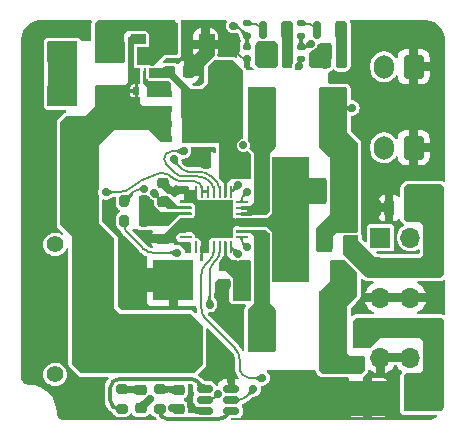
<source format=gbl>
G04 #@! TF.GenerationSoftware,KiCad,Pcbnew,7.0.1*
G04 #@! TF.CreationDate,2023-07-09T15:15:26+02:00*
G04 #@! TF.ProjectId,orion_power,6f72696f-6e5f-4706-9f77-65722e6b6963,rev?*
G04 #@! TF.SameCoordinates,Original*
G04 #@! TF.FileFunction,Copper,L4,Bot*
G04 #@! TF.FilePolarity,Positive*
%FSLAX46Y46*%
G04 Gerber Fmt 4.6, Leading zero omitted, Abs format (unit mm)*
G04 Created by KiCad (PCBNEW 7.0.1) date 2023-07-09 15:15:26*
%MOMM*%
%LPD*%
G01*
G04 APERTURE LIST*
G04 Aperture macros list*
%AMRoundRect*
0 Rectangle with rounded corners*
0 $1 Rounding radius*
0 $2 $3 $4 $5 $6 $7 $8 $9 X,Y pos of 4 corners*
0 Add a 4 corners polygon primitive as box body*
4,1,4,$2,$3,$4,$5,$6,$7,$8,$9,$2,$3,0*
0 Add four circle primitives for the rounded corners*
1,1,$1+$1,$2,$3*
1,1,$1+$1,$4,$5*
1,1,$1+$1,$6,$7*
1,1,$1+$1,$8,$9*
0 Add four rect primitives between the rounded corners*
20,1,$1+$1,$2,$3,$4,$5,0*
20,1,$1+$1,$4,$5,$6,$7,0*
20,1,$1+$1,$6,$7,$8,$9,0*
20,1,$1+$1,$8,$9,$2,$3,0*%
G04 Aperture macros list end*
G04 #@! TA.AperFunction,ComponentPad*
%ADD10R,1.700000X1.700000*%
G04 #@! TD*
G04 #@! TA.AperFunction,ComponentPad*
%ADD11O,1.700000X1.700000*%
G04 #@! TD*
G04 #@! TA.AperFunction,ComponentPad*
%ADD12C,1.400000*%
G04 #@! TD*
G04 #@! TA.AperFunction,ComponentPad*
%ADD13R,3.500000X3.500000*%
G04 #@! TD*
G04 #@! TA.AperFunction,ComponentPad*
%ADD14C,3.500000*%
G04 #@! TD*
G04 #@! TA.AperFunction,SMDPad,CuDef*
%ADD15RoundRect,0.135000X-0.185000X0.135000X-0.185000X-0.135000X0.185000X-0.135000X0.185000X0.135000X0*%
G04 #@! TD*
G04 #@! TA.AperFunction,SMDPad,CuDef*
%ADD16RoundRect,0.150000X-0.150000X0.587500X-0.150000X-0.587500X0.150000X-0.587500X0.150000X0.587500X0*%
G04 #@! TD*
G04 #@! TA.AperFunction,SMDPad,CuDef*
%ADD17RoundRect,0.225000X-0.250000X0.225000X-0.250000X-0.225000X0.250000X-0.225000X0.250000X0.225000X0*%
G04 #@! TD*
G04 #@! TA.AperFunction,SMDPad,CuDef*
%ADD18RoundRect,0.200000X0.275000X-0.200000X0.275000X0.200000X-0.275000X0.200000X-0.275000X-0.200000X0*%
G04 #@! TD*
G04 #@! TA.AperFunction,SMDPad,CuDef*
%ADD19RoundRect,0.218750X0.256250X-0.218750X0.256250X0.218750X-0.256250X0.218750X-0.256250X-0.218750X0*%
G04 #@! TD*
G04 #@! TA.AperFunction,SMDPad,CuDef*
%ADD20RoundRect,0.200000X0.200000X0.275000X-0.200000X0.275000X-0.200000X-0.275000X0.200000X-0.275000X0*%
G04 #@! TD*
G04 #@! TA.AperFunction,SMDPad,CuDef*
%ADD21RoundRect,0.135000X0.185000X-0.135000X0.185000X0.135000X-0.185000X0.135000X-0.185000X-0.135000X0*%
G04 #@! TD*
G04 #@! TA.AperFunction,SMDPad,CuDef*
%ADD22R,2.500000X2.300000*%
G04 #@! TD*
G04 #@! TA.AperFunction,SMDPad,CuDef*
%ADD23RoundRect,0.250000X-0.325000X-0.650000X0.325000X-0.650000X0.325000X0.650000X-0.325000X0.650000X0*%
G04 #@! TD*
G04 #@! TA.AperFunction,SMDPad,CuDef*
%ADD24RoundRect,0.250000X0.325000X0.650000X-0.325000X0.650000X-0.325000X-0.650000X0.325000X-0.650000X0*%
G04 #@! TD*
G04 #@! TA.AperFunction,SMDPad,CuDef*
%ADD25RoundRect,0.062500X0.062500X-0.350000X0.062500X0.350000X-0.062500X0.350000X-0.062500X-0.350000X0*%
G04 #@! TD*
G04 #@! TA.AperFunction,SMDPad,CuDef*
%ADD26R,1.350000X1.650000*%
G04 #@! TD*
G04 #@! TA.AperFunction,SMDPad,CuDef*
%ADD27R,2.500000X1.800000*%
G04 #@! TD*
G04 #@! TA.AperFunction,SMDPad,CuDef*
%ADD28RoundRect,0.062500X-0.062500X0.425000X-0.062500X-0.425000X0.062500X-0.425000X0.062500X0.425000X0*%
G04 #@! TD*
G04 #@! TA.AperFunction,SMDPad,CuDef*
%ADD29RoundRect,0.062500X-0.425000X0.062500X-0.425000X-0.062500X0.425000X-0.062500X0.425000X0.062500X0*%
G04 #@! TD*
G04 #@! TA.AperFunction,ComponentPad*
%ADD30C,0.700000*%
G04 #@! TD*
G04 #@! TA.AperFunction,SMDPad,CuDef*
%ADD31R,3.250000X3.250000*%
G04 #@! TD*
G04 #@! TA.AperFunction,SMDPad,CuDef*
%ADD32R,0.600000X0.700000*%
G04 #@! TD*
G04 #@! TA.AperFunction,SMDPad,CuDef*
%ADD33R,0.650000X0.500000*%
G04 #@! TD*
G04 #@! TA.AperFunction,SMDPad,CuDef*
%ADD34R,4.120000X4.600000*%
G04 #@! TD*
G04 #@! TA.AperFunction,SMDPad,CuDef*
%ADD35R,0.550000X0.500000*%
G04 #@! TD*
G04 #@! TA.AperFunction,ComponentPad*
%ADD36O,1.700000X2.000000*%
G04 #@! TD*
G04 #@! TA.AperFunction,ComponentPad*
%ADD37RoundRect,0.250000X0.600000X0.750000X-0.600000X0.750000X-0.600000X-0.750000X0.600000X-0.750000X0*%
G04 #@! TD*
G04 #@! TA.AperFunction,SMDPad,CuDef*
%ADD38RoundRect,0.243750X-0.243750X-0.456250X0.243750X-0.456250X0.243750X0.456250X-0.243750X0.456250X0*%
G04 #@! TD*
G04 #@! TA.AperFunction,SMDPad,CuDef*
%ADD39RoundRect,0.225000X0.225000X0.250000X-0.225000X0.250000X-0.225000X-0.250000X0.225000X-0.250000X0*%
G04 #@! TD*
G04 #@! TA.AperFunction,SMDPad,CuDef*
%ADD40RoundRect,0.250000X0.312500X0.625000X-0.312500X0.625000X-0.312500X-0.625000X0.312500X-0.625000X0*%
G04 #@! TD*
G04 #@! TA.AperFunction,SMDPad,CuDef*
%ADD41RoundRect,0.150000X0.512500X0.150000X-0.512500X0.150000X-0.512500X-0.150000X0.512500X-0.150000X0*%
G04 #@! TD*
G04 #@! TA.AperFunction,SMDPad,CuDef*
%ADD42RoundRect,0.587500X-0.587500X-1.162500X0.587500X-1.162500X0.587500X1.162500X-0.587500X1.162500X0*%
G04 #@! TD*
G04 #@! TA.AperFunction,SMDPad,CuDef*
%ADD43R,0.900000X1.200000*%
G04 #@! TD*
G04 #@! TA.AperFunction,SMDPad,CuDef*
%ADD44RoundRect,0.218750X-0.256250X0.218750X-0.256250X-0.218750X0.256250X-0.218750X0.256250X0.218750X0*%
G04 #@! TD*
G04 #@! TA.AperFunction,ViaPad*
%ADD45C,0.700000*%
G04 #@! TD*
G04 #@! TA.AperFunction,ViaPad*
%ADD46C,0.800000*%
G04 #@! TD*
G04 #@! TA.AperFunction,Conductor*
%ADD47C,0.200000*%
G04 #@! TD*
G04 #@! TA.AperFunction,Conductor*
%ADD48C,0.300000*%
G04 #@! TD*
G04 #@! TA.AperFunction,Conductor*
%ADD49C,0.500000*%
G04 #@! TD*
G04 #@! TA.AperFunction,Conductor*
%ADD50C,0.700000*%
G04 #@! TD*
G04 #@! TA.AperFunction,Conductor*
%ADD51C,2.000000*%
G04 #@! TD*
G04 #@! TA.AperFunction,Conductor*
%ADD52C,1.700000*%
G04 #@! TD*
G04 APERTURE END LIST*
D10*
X115200000Y-69995000D03*
D11*
X117740000Y-69995000D03*
X115200000Y-72535000D03*
X117740000Y-72535000D03*
X115200000Y-75075000D03*
X117740000Y-75075000D03*
X115200000Y-77615000D03*
X117740000Y-77615000D03*
X115200000Y-80155000D03*
X117740000Y-80155000D03*
D12*
X87650000Y-81575000D03*
X87650000Y-70575000D03*
D13*
X97650000Y-73575000D03*
D14*
X97650000Y-78575000D03*
D15*
X108475000Y-51865000D03*
X108475000Y-52885000D03*
D16*
X105250000Y-52387500D03*
X107150000Y-52387500D03*
X106200000Y-54262500D03*
D15*
X103900000Y-52885000D03*
X103900000Y-51865000D03*
D17*
X96775000Y-68550000D03*
X96775000Y-70100000D03*
D18*
X93300000Y-82837500D03*
X93300000Y-84487500D03*
D19*
X113375000Y-80462500D03*
X113375000Y-78887500D03*
D20*
X95150000Y-66925000D03*
X93500000Y-66925000D03*
D21*
X108475000Y-54835000D03*
X108475000Y-53815000D03*
D18*
X96500000Y-84487500D03*
X96500000Y-82837500D03*
D22*
X118425000Y-83525000D03*
X114125000Y-83525000D03*
D23*
X103665000Y-64070001D03*
X106615000Y-64070001D03*
D20*
X95150000Y-68575000D03*
X93500000Y-68575000D03*
D24*
X111490000Y-72820002D03*
X108540000Y-72820002D03*
D25*
X95725000Y-56062500D03*
X95225000Y-56062500D03*
X94725000Y-56062500D03*
X94725000Y-53187500D03*
X95225000Y-53187500D03*
X95725000Y-53187500D03*
D26*
X95225000Y-54625000D03*
D27*
X92275000Y-54275000D03*
X88275000Y-54275000D03*
X92275000Y-57975000D03*
X88275000Y-57975000D03*
D17*
X96775000Y-65400000D03*
X96775000Y-66950000D03*
D23*
X103665000Y-72820001D03*
X106615000Y-72820001D03*
D28*
X99575000Y-66092497D03*
X100075000Y-66092497D03*
X100575000Y-66092497D03*
X101075000Y-66092497D03*
X101575000Y-66092497D03*
X102075000Y-66092497D03*
X102575000Y-66092497D03*
D29*
X103437500Y-66954997D03*
X103437500Y-67454997D03*
X103437500Y-67954997D03*
X103437500Y-68454997D03*
X103437500Y-68954997D03*
X103437500Y-69454997D03*
X103437500Y-69954997D03*
D28*
X102575000Y-70817497D03*
X102075000Y-70817497D03*
X101575000Y-70817497D03*
X101075000Y-70817497D03*
X100575000Y-70817497D03*
X100075000Y-70817497D03*
X99575000Y-70817497D03*
D29*
X98712500Y-69954997D03*
X98712500Y-69454997D03*
X98712500Y-68954997D03*
X98712500Y-68454997D03*
X98712500Y-67954997D03*
X98712500Y-67454997D03*
X98712500Y-66954997D03*
D30*
X102325000Y-67204997D03*
X101075000Y-67204997D03*
X99825000Y-67204997D03*
X102325000Y-68454997D03*
X101075000Y-68454997D03*
D31*
X101075000Y-68454997D03*
D30*
X99825000Y-68454997D03*
X102325000Y-69704997D03*
X101075000Y-69704997D03*
X99825000Y-69704997D03*
D32*
X95925000Y-57575000D03*
X94525000Y-57575000D03*
D33*
X97175000Y-61630000D03*
X97175000Y-60360000D03*
X97175000Y-59090000D03*
X97175000Y-57820000D03*
D34*
X100390000Y-59725000D03*
D35*
X102725000Y-57820000D03*
X102725000Y-59090000D03*
X102725000Y-60360000D03*
X102725000Y-61630000D03*
D36*
X115500000Y-55525000D03*
D37*
X118000000Y-55525000D03*
D17*
X102025000Y-72375000D03*
X102025000Y-73925000D03*
D38*
X110637500Y-70475000D03*
X112512500Y-70475000D03*
D39*
X98900000Y-55975000D03*
X97350000Y-55975000D03*
D40*
X100387500Y-53625000D03*
X97462500Y-53625000D03*
D24*
X111490000Y-68045001D03*
X108540000Y-68045001D03*
D41*
X102575000Y-82775000D03*
X102575000Y-83725000D03*
X102575000Y-84675000D03*
X100300000Y-84675000D03*
X100300000Y-83725000D03*
X100300000Y-82775000D03*
D21*
X103900000Y-54835000D03*
X103900000Y-53815000D03*
D42*
X105140000Y-59020001D03*
X111190000Y-59020001D03*
D36*
X115500000Y-62375000D03*
D37*
X118000000Y-62375000D03*
D43*
X115925000Y-67475000D03*
X119225000Y-67475000D03*
D16*
X109800000Y-52387500D03*
X111700000Y-52387500D03*
X110750000Y-54262500D03*
D42*
X105140000Y-77895001D03*
X111190000Y-77895001D03*
D44*
X98125000Y-84475000D03*
X98125000Y-82900000D03*
D39*
X102015000Y-63645001D03*
X100465000Y-63645001D03*
D24*
X111490000Y-64070001D03*
X108540000Y-64070001D03*
D44*
X94900000Y-84450000D03*
X94900000Y-82875000D03*
D45*
X114875000Y-67050000D03*
X114875000Y-67950000D03*
X119825000Y-58575000D03*
X119825000Y-56574998D03*
X119825000Y-52575000D03*
X119825000Y-54575001D03*
X119825000Y-64575000D03*
X119825000Y-60575001D03*
X119825000Y-62574998D03*
X102750000Y-53075000D03*
X102750000Y-54050000D03*
X88625000Y-85025000D03*
X89650000Y-85025000D03*
X90650000Y-85025000D03*
X91650000Y-85025000D03*
X112000000Y-82975000D03*
X108000001Y-82975000D03*
X106000000Y-82975000D03*
X110000000Y-82975000D03*
X99150000Y-53600000D03*
X101825000Y-53100000D03*
X101825000Y-54075000D03*
X115825000Y-84275000D03*
X115825000Y-83475000D03*
X115825000Y-82700000D03*
X97524500Y-84450000D03*
X99149500Y-84274500D03*
X102575000Y-82100000D03*
X95651311Y-83681222D03*
X105175000Y-81875000D03*
X112375000Y-80475000D03*
X104425000Y-82825000D03*
X101437500Y-83239127D03*
X103590000Y-62170000D03*
X112775000Y-59025000D03*
X110510000Y-55340000D03*
X95925000Y-67725000D03*
X97675000Y-63375000D03*
X100725000Y-75675000D03*
X87375000Y-60525000D03*
X106775000Y-67475000D03*
X93350000Y-74575000D03*
D46*
X97875000Y-66075000D03*
X99325000Y-63576120D03*
D45*
X87375000Y-62025000D03*
X87875000Y-72550000D03*
X106675000Y-71295001D03*
X107675000Y-66495001D03*
X113945000Y-67945000D03*
X94350000Y-71575000D03*
X93350000Y-72575000D03*
X113945000Y-67045000D03*
X87075000Y-52150000D03*
X103275000Y-77125000D03*
X88575000Y-52150000D03*
X93350000Y-73575000D03*
D46*
X95550000Y-70100000D03*
D45*
X87375000Y-63525000D03*
X87875000Y-75550000D03*
X87375000Y-65025000D03*
X90075000Y-52150000D03*
X85575000Y-53675000D03*
X92275000Y-68475000D03*
X87875000Y-77050000D03*
X94350000Y-72575000D03*
X87375000Y-68775000D03*
X108274912Y-55450852D03*
X107575000Y-71295001D03*
X106675000Y-70395001D03*
X106775000Y-66495001D03*
X103275000Y-78675000D03*
X87375000Y-67025000D03*
X108475000Y-70395001D03*
X108575000Y-65595001D03*
X107575000Y-70395001D03*
X107675000Y-65595001D03*
X108475000Y-71295001D03*
X94350000Y-75575000D03*
X93350000Y-70575000D03*
X93350000Y-71575000D03*
X106775000Y-68375000D03*
X92275000Y-67475000D03*
X109475000Y-66495001D03*
X106775000Y-65595001D03*
X85625000Y-81775000D03*
X101500000Y-74900000D03*
X94350000Y-74575000D03*
X108575000Y-66495001D03*
X87875000Y-74050000D03*
X93350000Y-75575000D03*
X94350000Y-73575000D03*
X97975000Y-71275000D03*
X103900000Y-70825000D03*
X95150000Y-65875000D03*
X103900000Y-66150000D03*
X103825000Y-75000000D03*
X102075000Y-55525000D03*
X101175000Y-56425000D03*
X103050000Y-74200000D03*
X102075000Y-56425000D03*
X103850000Y-74200000D03*
X103050000Y-75000000D03*
X101175000Y-55525000D03*
X91950000Y-66125000D03*
X98525000Y-62675000D03*
X96049503Y-66236354D03*
X103140000Y-65545001D03*
X105040000Y-65595001D03*
X105040000Y-71295001D03*
X103115000Y-71395001D03*
X102750000Y-52050000D03*
X95150000Y-60275000D03*
X95150000Y-59375000D03*
X96050000Y-59375000D03*
X96050000Y-60275000D03*
X105150000Y-55325000D03*
X105150000Y-54500000D03*
X105150000Y-53700000D03*
X109675000Y-55325000D03*
X109675000Y-54500000D03*
X109305806Y-53583959D03*
X107275000Y-54500000D03*
X107275000Y-55325000D03*
X107275000Y-53700000D03*
X111800000Y-53700000D03*
X111800000Y-55325000D03*
X111800000Y-54500000D03*
D47*
X109542962Y-52130460D02*
G75*
G03*
X108902080Y-51865000I-640862J-640840D01*
G01*
X105043802Y-52181292D02*
G75*
G03*
X104280187Y-51865000I-763602J-763608D01*
G01*
X103363550Y-54688556D02*
G75*
G03*
X103717107Y-54835000I353550J353556D01*
G01*
X103153119Y-83725013D02*
G75*
G03*
X103787959Y-83462041I-19J897813D01*
G01*
X100691838Y-83725022D02*
G75*
G03*
X101135325Y-83541300I-38J627222D01*
G01*
D48*
X101502434Y-85325013D02*
G75*
G03*
X102223799Y-85026201I-34J1020213D01*
G01*
X96728550Y-85178556D02*
G75*
G03*
X97082107Y-85325000I353550J353556D01*
G01*
X96500005Y-84742893D02*
G75*
G03*
X96646446Y-85096446I499995J-7D01*
G01*
X96728553Y-85178553D02*
X96646446Y-85096446D01*
X102575000Y-84675000D02*
X102223799Y-85026201D01*
X101502434Y-85325000D02*
X97082107Y-85325000D01*
X96500000Y-84742893D02*
X96500000Y-84487500D01*
X92576213Y-84326279D02*
G75*
G03*
X92965549Y-84487500I389287J389379D01*
G01*
X92324978Y-83762941D02*
G75*
G03*
X92545658Y-84295658I753422J41D01*
G01*
X92545203Y-82179791D02*
G75*
G03*
X92325000Y-82711400I531597J-531609D01*
G01*
X93099978Y-81949995D02*
G75*
G03*
X92545206Y-82179794I22J-784605D01*
G01*
X99761302Y-82236308D02*
G75*
G03*
X99070104Y-81950000I-691202J-691192D01*
G01*
X92545658Y-84295658D02*
X92576246Y-84326246D01*
X92325000Y-82711400D02*
X92325000Y-83762941D01*
X92965549Y-84487500D02*
X93300000Y-84487500D01*
X99070104Y-81950000D02*
X93099978Y-81950000D01*
X100300000Y-82775000D02*
X99761305Y-82236305D01*
D47*
X103275012Y-80981165D02*
G75*
G03*
X103535808Y-81610806I890388J-35D01*
G01*
X103584058Y-81659058D02*
G75*
G03*
X104105387Y-81875000I521342J521358D01*
G01*
X104105387Y-81875000D02*
X105175000Y-81875000D01*
X103535807Y-81610807D02*
X103584058Y-81659058D01*
X103275000Y-80338490D02*
X103275000Y-80981165D01*
X100025000Y-73156048D02*
X100025000Y-75961509D01*
X100818652Y-71798905D02*
X100423447Y-72194109D01*
X100423448Y-76923448D02*
X102876551Y-79376551D01*
X101075000Y-70817497D02*
X101075000Y-71180027D01*
X103275002Y-80338490D02*
G75*
G03*
X102876550Y-79376552I-1360402J-10D01*
G01*
X100024998Y-75961509D02*
G75*
G03*
X100423449Y-76923447I1360402J9D01*
G01*
X100423421Y-72194083D02*
G75*
G03*
X100025000Y-73156048I961979J-961917D01*
G01*
X100818633Y-71798886D02*
G75*
G03*
X101075000Y-71180027I-618833J618886D01*
G01*
X102750000Y-52050000D02*
X103065000Y-52050000D01*
X103065000Y-52050000D02*
X103900000Y-52885000D01*
X102750000Y-54075000D02*
X102750000Y-54050000D01*
X103363553Y-54688553D02*
X102750000Y-54075000D01*
X103900000Y-54835000D02*
X103717107Y-54835000D01*
X112775000Y-59025000D02*
X112770001Y-59020001D01*
X112770001Y-59020001D02*
X111190000Y-59020001D01*
X103900000Y-53815000D02*
X103900000Y-52885000D01*
X105043797Y-52181297D02*
X105250000Y-52387500D01*
X103900000Y-51865000D02*
X104280187Y-51865000D01*
X108475000Y-53815000D02*
X108475000Y-52885000D01*
X108475000Y-51865000D02*
X108902080Y-51865000D01*
X109542961Y-52130461D02*
X109800000Y-52387500D01*
X109074765Y-53815000D02*
X109305806Y-53583959D01*
X108475000Y-55250764D02*
X108274912Y-55450852D01*
X108475000Y-54835000D02*
X108475000Y-55250764D01*
X108475000Y-53815000D02*
X109074765Y-53815000D01*
D49*
X98100000Y-84450000D02*
X98125000Y-84475000D01*
X97524500Y-84450000D02*
X98100000Y-84450000D01*
X99550000Y-84675000D02*
X100300000Y-84675000D01*
X99149500Y-84274500D02*
X99550000Y-84675000D01*
X102575000Y-82775000D02*
X102575000Y-82100000D01*
X94862500Y-82837500D02*
X94900000Y-82875000D01*
X93300000Y-82837500D02*
X94862500Y-82837500D01*
X98062500Y-82837500D02*
X98125000Y-82900000D01*
X96500000Y-82837500D02*
X98062500Y-82837500D01*
X94900000Y-84432533D02*
X95651311Y-83681222D01*
X94900000Y-84450000D02*
X94900000Y-84432533D01*
D47*
X100691838Y-83725000D02*
X100300000Y-83725000D01*
X101437500Y-83239127D02*
X101135326Y-83541301D01*
X104425000Y-82825000D02*
X103787959Y-83462041D01*
X103153119Y-83725000D02*
X102575000Y-83725000D01*
X105175000Y-81875000D02*
X105174064Y-81874064D01*
X97952499Y-63752499D02*
X98397500Y-64197500D01*
X100866084Y-64818449D02*
X101375195Y-65327560D01*
X97675000Y-63375000D02*
X97675000Y-63425000D01*
X101295678Y-71886859D02*
X101123448Y-72059089D01*
X99904145Y-64420001D02*
X98934664Y-64420001D01*
X101575000Y-71212517D02*
X101575000Y-70817497D01*
X100725000Y-75675000D02*
X100725000Y-73021028D01*
X101575000Y-65809931D02*
X101575000Y-66092497D01*
X97952499Y-63752499D02*
X97710355Y-63510355D01*
X97674997Y-63425000D02*
G75*
G03*
X97710355Y-63510355I120703J0D01*
G01*
X100866064Y-64818469D02*
G75*
G03*
X99904145Y-64420001I-961964J-961931D01*
G01*
X101574970Y-65809931D02*
G75*
G03*
X101375195Y-65327560I-682170J31D01*
G01*
X101123431Y-72059072D02*
G75*
G03*
X100725000Y-73021028I961969J-961928D01*
G01*
X101295677Y-71886858D02*
G75*
G03*
X101575000Y-71212517I-674377J674358D01*
G01*
X98397510Y-64197490D02*
G75*
G03*
X98934664Y-64420001I537190J537190D01*
G01*
D50*
X97333578Y-65933578D02*
X96808838Y-65408838D01*
X97675000Y-66075000D02*
X97875000Y-66075000D01*
X96787500Y-65400000D02*
X96775000Y-65400000D01*
D51*
X94350000Y-73575000D02*
X97650000Y-73575000D01*
D50*
X95550000Y-70100000D02*
X96775000Y-70100000D01*
X97333587Y-65933569D02*
G75*
G03*
X97675000Y-66075000I341413J341369D01*
G01*
X96808843Y-65408833D02*
G75*
G03*
X96787500Y-65400000I-21343J-21367D01*
G01*
D47*
X103581574Y-70506574D02*
X103900000Y-70825000D01*
X93756326Y-69556326D02*
X95025000Y-70825000D01*
X103437500Y-70158748D02*
X103437500Y-69954997D01*
X97975000Y-71275000D02*
X95978227Y-71275000D01*
X93500000Y-68937500D02*
X93500000Y-68575000D01*
X95025000Y-70825000D02*
X95119165Y-70919165D01*
X93499985Y-68937500D02*
G75*
G03*
X93756326Y-69556326I875115J0D01*
G01*
X95119151Y-70919179D02*
G75*
G03*
X95978227Y-71275000I859049J859079D01*
G01*
X103437537Y-70158748D02*
G75*
G03*
X103581574Y-70506574I491863J-52D01*
G01*
X94337867Y-66087132D02*
X93500000Y-66925000D01*
X103437500Y-66783748D02*
X103437500Y-66954997D01*
X94850000Y-65875000D02*
X95150000Y-65875000D01*
X103558590Y-66491409D02*
X103900000Y-66150000D01*
X103558573Y-66491392D02*
G75*
G03*
X103437500Y-66783748I292327J-292308D01*
G01*
X94850000Y-65875010D02*
G75*
G03*
X94337867Y-66087132I0J-724290D01*
G01*
X100075000Y-65842421D02*
X100075000Y-66092497D01*
X99898169Y-65415514D02*
X99891327Y-65408672D01*
X94859247Y-65227514D02*
X96318821Y-64599490D01*
X93161509Y-66125000D02*
X91950000Y-66125000D01*
X100075000Y-66092497D02*
X100575000Y-66092497D01*
X98369974Y-65225000D02*
X99447902Y-65225000D01*
X93161509Y-66125001D02*
G75*
G03*
X94123447Y-65726551I-9J1360401D01*
G01*
X94859240Y-65227498D02*
G75*
G03*
X94123447Y-65726551I932160J-2166302D01*
G01*
X96680025Y-64525000D02*
G75*
G03*
X96318821Y-64599491I375J-914800D01*
G01*
X100074995Y-65842421D02*
G75*
G03*
X99898168Y-65415515I-603695J21D01*
G01*
X97524993Y-64875007D02*
G75*
G03*
X96680025Y-64525000I-844993J-844993D01*
G01*
X99891326Y-65408673D02*
G75*
G03*
X99447902Y-65225000I-443426J-443427D01*
G01*
X97525007Y-64874993D02*
G75*
G03*
X98369974Y-65225000I844993J844993D01*
G01*
X96769074Y-66950000D02*
X96775000Y-66950000D01*
X97074999Y-62874999D02*
X97058328Y-62891671D01*
X101075000Y-65842421D02*
X101075000Y-66092497D01*
X97058328Y-63776860D02*
X97792081Y-64510613D01*
X97557842Y-62675000D02*
X98525000Y-62675000D01*
X96758959Y-66945810D02*
X96049503Y-66236354D01*
X98537805Y-64819502D02*
X99755674Y-64819502D01*
X100898169Y-65415514D02*
X100688578Y-65205923D01*
X97557842Y-62675017D02*
G75*
G03*
X97075000Y-62875000I-42J-682783D01*
G01*
X97792081Y-64510613D02*
G75*
G03*
X98537805Y-64819502I745719J745713D01*
G01*
X100688585Y-65205916D02*
G75*
G03*
X99755674Y-64819502I-932885J-932884D01*
G01*
X96758973Y-66945796D02*
G75*
G03*
X96769074Y-66950000I10127J10096D01*
G01*
X97058350Y-62891693D02*
G75*
G03*
X96875000Y-63334266I442550J-442607D01*
G01*
X96875018Y-63334266D02*
G75*
G03*
X97058329Y-63776859I625882J-34D01*
G01*
X101074995Y-65842421D02*
G75*
G03*
X100898168Y-65415515I-603695J21D01*
G01*
X102598692Y-66086308D02*
X103140000Y-65545001D01*
X102583752Y-66092497D02*
X102575000Y-66092497D01*
X102583752Y-66092542D02*
G75*
G03*
X102598692Y-66086308I-52J21142D01*
G01*
D48*
X103437500Y-67954997D02*
X104230004Y-67954997D01*
X103437500Y-67454997D02*
X104280004Y-67454997D01*
D47*
X102575000Y-70836249D02*
X102575000Y-70817497D01*
X102588259Y-70868260D02*
X103115000Y-71395001D01*
X102575045Y-70836249D02*
G75*
G03*
X102588259Y-70868260I45255J-51D01*
G01*
D52*
X115204999Y-72535000D02*
X117744999Y-72535000D01*
X115204999Y-77615000D02*
X117744999Y-77615000D01*
G04 #@! TA.AperFunction,Conductor*
G36*
X118065500Y-79793263D02*
G01*
X118101737Y-79829500D01*
X118115000Y-79879000D01*
X118115000Y-80431000D01*
X118101737Y-80480500D01*
X118065500Y-80516737D01*
X118016000Y-80530000D01*
X115575001Y-80530000D01*
X115575000Y-80530001D01*
X115575000Y-81452142D01*
X115663495Y-81428429D01*
X115877576Y-81328601D01*
X116071074Y-81193112D01*
X116238112Y-81026074D01*
X116373598Y-80832581D01*
X116380275Y-80818263D01*
X116416807Y-80776606D01*
X116470000Y-80761102D01*
X116523193Y-80776606D01*
X116559725Y-80818263D01*
X116566401Y-80832581D01*
X116701887Y-81026074D01*
X116868925Y-81193112D01*
X117005144Y-81288494D01*
X117040365Y-81333038D01*
X117045315Y-81389609D01*
X117018365Y-81439593D01*
X116987971Y-81469987D01*
X116949977Y-81516283D01*
X116928522Y-81548393D01*
X116900289Y-81601215D01*
X116882907Y-81658516D01*
X116875368Y-81696416D01*
X116869500Y-81756005D01*
X116869500Y-84576001D01*
X116873653Y-84607551D01*
X116874500Y-84620470D01*
X116874500Y-84719862D01*
X116877032Y-84741693D01*
X116877415Y-84744991D01*
X116890659Y-84774986D01*
X116922793Y-84847764D01*
X116922794Y-84847765D01*
X117002235Y-84927206D01*
X117105009Y-84972585D01*
X117130135Y-84975500D01*
X117229527Y-84975499D01*
X117242451Y-84976345D01*
X117274000Y-84980500D01*
X119895883Y-84980500D01*
X119953788Y-84999200D01*
X119989817Y-85048236D01*
X119990360Y-85109083D01*
X119955211Y-85158754D01*
X119899484Y-85200470D01*
X119887602Y-85208106D01*
X119827255Y-85241058D01*
X119687610Y-85317310D01*
X119687216Y-85317525D01*
X119674367Y-85323393D01*
X119460435Y-85403185D01*
X119446882Y-85407164D01*
X119223787Y-85455696D01*
X119209806Y-85457707D01*
X119006139Y-85472273D01*
X118978536Y-85474248D01*
X118971476Y-85474500D01*
X109431173Y-85474500D01*
X102651612Y-85474500D01*
X102596611Y-85457815D01*
X102560148Y-85413386D01*
X102554514Y-85356186D01*
X102581608Y-85305496D01*
X102582608Y-85304496D01*
X102614726Y-85283036D01*
X102652612Y-85275500D01*
X103141770Y-85275500D01*
X103156982Y-85274072D01*
X103172199Y-85272646D01*
X103300382Y-85227793D01*
X103409650Y-85147150D01*
X103490293Y-85037882D01*
X103535146Y-84909699D01*
X103538000Y-84879266D01*
X103538000Y-84470734D01*
X103535146Y-84440301D01*
X103490293Y-84312118D01*
X103450934Y-84258788D01*
X103433804Y-84220825D01*
X103433804Y-84179176D01*
X103450933Y-84141213D01*
X103476402Y-84106703D01*
X103525459Y-84071340D01*
X103651501Y-84030385D01*
X103797622Y-83955930D01*
X103833586Y-83937605D01*
X103998906Y-83817487D01*
X103998905Y-83817487D01*
X103998909Y-83817485D01*
X104048868Y-83767525D01*
X104177673Y-83638718D01*
X104190838Y-83627665D01*
X104206830Y-83616455D01*
X104275875Y-83557757D01*
X104295214Y-83544894D01*
X104307734Y-83538545D01*
X104327971Y-83530932D01*
X104372104Y-83519644D01*
X104375311Y-83518882D01*
X104478714Y-83496096D01*
X104495040Y-83492023D01*
X104496277Y-83491678D01*
X104512262Y-83486744D01*
X104645190Y-83441694D01*
X104645196Y-83441691D01*
X104651593Y-83439523D01*
X104651780Y-83440076D01*
X104655362Y-83438747D01*
X104657363Y-83437696D01*
X104657365Y-83437696D01*
X104797240Y-83364283D01*
X104915483Y-83259530D01*
X105005220Y-83129523D01*
X105061237Y-82981818D01*
X105080278Y-82825000D01*
X105061237Y-82668182D01*
X105057983Y-82659604D01*
X105052273Y-82612566D01*
X105069076Y-82568261D01*
X105104544Y-82536840D01*
X105150551Y-82525500D01*
X105253987Y-82525500D01*
X105407363Y-82487697D01*
X105417074Y-82482600D01*
X105547240Y-82414283D01*
X105665483Y-82309530D01*
X105755220Y-82179523D01*
X105811237Y-82031818D01*
X105830278Y-81875000D01*
X105811237Y-81718182D01*
X105755220Y-81570477D01*
X105665483Y-81440470D01*
X105612016Y-81393103D01*
X105581543Y-81342693D01*
X105585099Y-81283895D01*
X105621428Y-81237526D01*
X105677666Y-81220001D01*
X109619484Y-81220001D01*
X109663270Y-81230210D01*
X109698025Y-81258733D01*
X109716581Y-81299686D01*
X109722904Y-81331473D01*
X109740289Y-81388784D01*
X109768522Y-81441606D01*
X109789977Y-81473717D01*
X109827970Y-81520012D01*
X110019987Y-81712029D01*
X110066282Y-81750022D01*
X110098393Y-81771477D01*
X110098395Y-81771478D01*
X110098398Y-81771480D01*
X110151214Y-81799710D01*
X110208522Y-81817094D01*
X110246408Y-81824630D01*
X110246413Y-81824630D01*
X110246416Y-81824631D01*
X110306005Y-81830500D01*
X112470582Y-81830500D01*
X112528486Y-81849200D01*
X112564516Y-81898235D01*
X112565059Y-81959081D01*
X112529912Y-82008753D01*
X112517810Y-82017812D01*
X112431646Y-82132910D01*
X112425272Y-82150000D01*
X112300000Y-82150000D01*
X111950000Y-82500000D01*
X111950000Y-84750000D01*
X112300000Y-85100000D01*
X112608394Y-85100000D01*
X112632910Y-85118353D01*
X112767623Y-85168598D01*
X112827174Y-85175000D01*
X113749999Y-85175000D01*
X113750000Y-85174999D01*
X113750000Y-85100000D01*
X114500000Y-85100000D01*
X114500000Y-85174999D01*
X114500001Y-85175000D01*
X115422826Y-85175000D01*
X115482376Y-85168598D01*
X115617089Y-85118353D01*
X115641605Y-85100000D01*
X115950000Y-85100000D01*
X116300000Y-84750000D01*
X116300000Y-82500000D01*
X115950000Y-82150000D01*
X115824727Y-82150000D01*
X115818353Y-82132910D01*
X115732188Y-82017811D01*
X115617089Y-81931646D01*
X115482376Y-81881401D01*
X115422826Y-81875000D01*
X114500001Y-81875000D01*
X114500000Y-81875001D01*
X114500000Y-82150000D01*
X113750000Y-82150000D01*
X113750000Y-81835490D01*
X113761691Y-81788820D01*
X113794001Y-81753172D01*
X113798720Y-81750020D01*
X113845017Y-81712025D01*
X114037025Y-81520017D01*
X114075020Y-81473720D01*
X114096480Y-81441602D01*
X114124710Y-81388786D01*
X114142094Y-81331478D01*
X114149630Y-81293592D01*
X114150585Y-81283895D01*
X114154198Y-81247214D01*
X114174674Y-81196009D01*
X114219368Y-81163703D01*
X114274412Y-81160321D01*
X114322725Y-81186912D01*
X114328925Y-81193112D01*
X114522423Y-81328601D01*
X114736504Y-81428429D01*
X114825000Y-81452142D01*
X114825000Y-79879000D01*
X114838263Y-79829500D01*
X114874500Y-79793263D01*
X114924000Y-79780000D01*
X118016000Y-79780000D01*
X118065500Y-79793263D01*
G37*
G04 #@! TD.AperFunction*
G04 #@! TA.AperFunction,Conductor*
G36*
X90719819Y-51588361D02*
G01*
X90755937Y-51623604D01*
X90769992Y-51672070D01*
X90758332Y-51721168D01*
X90750289Y-51736213D01*
X90732907Y-51793516D01*
X90725368Y-51831416D01*
X90719500Y-51891005D01*
X90719500Y-53276000D01*
X90706237Y-53325500D01*
X90670000Y-53361737D01*
X90620500Y-53375000D01*
X89917997Y-53375000D01*
X89863950Y-53358945D01*
X89827432Y-53315987D01*
X89777207Y-53202236D01*
X89697764Y-53122793D01*
X89594989Y-53077414D01*
X89569868Y-53074500D01*
X89569865Y-53074500D01*
X89470468Y-53074500D01*
X89457546Y-53073653D01*
X89426001Y-53069500D01*
X89426000Y-53069500D01*
X87124000Y-53069500D01*
X87123998Y-53069500D01*
X87092447Y-53073653D01*
X87079528Y-53074500D01*
X86980137Y-53074500D01*
X86955009Y-53077415D01*
X86852235Y-53122793D01*
X86772793Y-53202235D01*
X86727414Y-53305010D01*
X86724500Y-53330132D01*
X86724500Y-53429532D01*
X86723653Y-53442454D01*
X86719500Y-53474000D01*
X86719500Y-58776001D01*
X86723653Y-58807551D01*
X86724500Y-58820470D01*
X86724500Y-58919862D01*
X86727415Y-58944990D01*
X86772793Y-59047764D01*
X86772794Y-59047765D01*
X86852235Y-59127206D01*
X86955009Y-59172585D01*
X86980135Y-59175500D01*
X87079527Y-59175499D01*
X87092451Y-59176345D01*
X87124000Y-59180500D01*
X88476000Y-59180500D01*
X88525500Y-59193763D01*
X88561737Y-59230000D01*
X88575000Y-59279500D01*
X88575000Y-59342350D01*
X88566175Y-59383208D01*
X88541275Y-59416782D01*
X88504738Y-59437087D01*
X88461215Y-59450289D01*
X88408393Y-59478522D01*
X88376282Y-59499977D01*
X88329987Y-59537970D01*
X87887970Y-59979987D01*
X87849977Y-60026282D01*
X87828522Y-60058393D01*
X87800289Y-60111215D01*
X87782907Y-60168516D01*
X87775368Y-60206416D01*
X87769500Y-60266005D01*
X87769500Y-68858995D01*
X87775368Y-68918583D01*
X87782907Y-68956483D01*
X87800289Y-69013783D01*
X87800290Y-69013785D01*
X87828519Y-69066600D01*
X87849978Y-69098717D01*
X87887974Y-69145016D01*
X87887975Y-69145017D01*
X88324186Y-69581229D01*
X88350882Y-69630015D01*
X88347063Y-69685498D01*
X88313934Y-69730167D01*
X88261949Y-69749927D01*
X88207514Y-69738542D01*
X88034727Y-69646185D01*
X87846130Y-69588975D01*
X87650000Y-69569658D01*
X87453869Y-69588975D01*
X87265272Y-69646185D01*
X87091463Y-69739088D01*
X86939117Y-69864117D01*
X86814088Y-70016463D01*
X86721185Y-70190272D01*
X86663975Y-70378869D01*
X86644658Y-70575000D01*
X86663975Y-70771130D01*
X86721185Y-70959727D01*
X86814088Y-71133536D01*
X86837160Y-71161649D01*
X86939117Y-71285883D01*
X87068298Y-71391900D01*
X87091463Y-71410911D01*
X87265272Y-71503814D01*
X87359570Y-71532419D01*
X87453868Y-71561024D01*
X87650000Y-71580341D01*
X87846132Y-71561024D01*
X88034727Y-71503814D01*
X88208538Y-71410910D01*
X88360883Y-71285883D01*
X88485910Y-71133538D01*
X88530846Y-71049469D01*
X88583190Y-70951541D01*
X88618773Y-70913798D01*
X88668556Y-70899228D01*
X88718873Y-70911832D01*
X88755911Y-70948149D01*
X88769500Y-70998209D01*
X88769500Y-80645263D01*
X88775022Y-80703084D01*
X88782121Y-80739903D01*
X88798492Y-80795640D01*
X88798493Y-80795642D01*
X88798494Y-80795645D01*
X88825127Y-80847284D01*
X88845398Y-80878812D01*
X88881322Y-80924471D01*
X89578440Y-81655200D01*
X89583033Y-81659130D01*
X89625308Y-81695305D01*
X89626909Y-81696416D01*
X89657982Y-81717980D01*
X89711946Y-81747852D01*
X89770810Y-81766274D01*
X89809772Y-81774261D01*
X89871137Y-81780485D01*
X92072800Y-81780379D01*
X92124528Y-81794966D01*
X92161013Y-81834432D01*
X92171499Y-81887146D01*
X92152896Y-81937570D01*
X92048506Y-82081247D01*
X91962585Y-82249873D01*
X91904105Y-82429854D01*
X91874500Y-82616776D01*
X91874500Y-83690386D01*
X91874496Y-83690416D01*
X91874497Y-83721938D01*
X91874476Y-83722046D01*
X91874482Y-83857714D01*
X91904134Y-84044870D01*
X91962696Y-84225081D01*
X91989556Y-84277793D01*
X92048730Y-84393920D01*
X92097219Y-84460656D01*
X92160114Y-84547221D01*
X92186248Y-84573353D01*
X92201774Y-84588878D01*
X92206235Y-84593338D01*
X92206277Y-84593393D01*
X92228696Y-84615807D01*
X92228830Y-84616006D01*
X92313416Y-84700574D01*
X92440900Y-84793174D01*
X92516836Y-84831855D01*
X92545782Y-84854172D01*
X92564658Y-84885471D01*
X92581204Y-84929832D01*
X92615391Y-84975499D01*
X92667454Y-85045046D01*
X92782669Y-85131296D01*
X92917517Y-85181591D01*
X92977127Y-85188000D01*
X93622872Y-85187999D01*
X93682483Y-85181591D01*
X93817331Y-85131296D01*
X93932546Y-85045046D01*
X94018796Y-84929831D01*
X94018796Y-84929829D01*
X94025137Y-84921360D01*
X94074051Y-84886452D01*
X94134144Y-84886266D01*
X94183274Y-84920870D01*
X94273132Y-85039367D01*
X94326101Y-85079534D01*
X94386868Y-85125615D01*
X94519654Y-85177979D01*
X94603098Y-85188000D01*
X95196900Y-85188000D01*
X95196902Y-85188000D01*
X95280346Y-85177979D01*
X95413132Y-85125615D01*
X95526867Y-85039367D01*
X95613115Y-84925632D01*
X95613116Y-84925628D01*
X95616725Y-84920870D01*
X95665855Y-84886266D01*
X95725947Y-84886452D01*
X95774862Y-84921360D01*
X95813210Y-84972585D01*
X95867454Y-85045046D01*
X95975079Y-85125614D01*
X95982669Y-85131296D01*
X96129168Y-85185937D01*
X96128156Y-85188649D01*
X96151268Y-85197194D01*
X96183368Y-85233815D01*
X96187058Y-85241058D01*
X96242457Y-85317310D01*
X96261059Y-85367733D01*
X96250573Y-85420446D01*
X96214091Y-85459912D01*
X96162364Y-85474500D01*
X88479861Y-85474500D01*
X88470157Y-85474023D01*
X88348237Y-85462014D01*
X88329203Y-85458228D01*
X88216645Y-85424084D01*
X88198714Y-85416657D01*
X88094977Y-85361208D01*
X88078841Y-85350426D01*
X87987916Y-85275806D01*
X87974193Y-85262083D01*
X87899573Y-85171158D01*
X87888791Y-85155022D01*
X87833342Y-85051285D01*
X87825915Y-85033354D01*
X87794512Y-84929831D01*
X87791770Y-84920794D01*
X87787985Y-84901762D01*
X87786380Y-84885471D01*
X87775978Y-84779853D01*
X87775501Y-84770149D01*
X87775501Y-84635844D01*
X87763030Y-84533136D01*
X87741955Y-84359565D01*
X87675351Y-84089343D01*
X87576661Y-83829119D01*
X87447324Y-83582688D01*
X87442442Y-83575615D01*
X87289230Y-83353648D01*
X87104673Y-83145325D01*
X86896350Y-82960768D01*
X86667312Y-82802675D01*
X86420886Y-82673341D01*
X86271736Y-82616776D01*
X86160656Y-82574649D01*
X86160653Y-82574648D01*
X86160650Y-82574647D01*
X85890435Y-82508045D01*
X85614155Y-82474499D01*
X85614154Y-82474499D01*
X85479860Y-82474499D01*
X85470157Y-82474022D01*
X85451657Y-82472200D01*
X85348236Y-82462013D01*
X85329203Y-82458227D01*
X85216645Y-82424083D01*
X85198714Y-82416656D01*
X85094977Y-82361207D01*
X85078841Y-82350425D01*
X84987916Y-82275805D01*
X84974193Y-82262082D01*
X84941468Y-82222207D01*
X84899568Y-82171151D01*
X84888792Y-82155024D01*
X84833340Y-82051279D01*
X84825917Y-82033359D01*
X84794002Y-81928145D01*
X84791772Y-81920794D01*
X84787986Y-81901761D01*
X84787964Y-81901542D01*
X84775976Y-81779821D01*
X84775499Y-81770117D01*
X84775499Y-81575000D01*
X86644658Y-81575000D01*
X86663975Y-81771130D01*
X86721185Y-81959727D01*
X86814088Y-82133536D01*
X86831120Y-82154289D01*
X86939117Y-82285883D01*
X87025300Y-82356612D01*
X87091463Y-82410911D01*
X87265272Y-82503814D01*
X87336762Y-82525500D01*
X87453868Y-82561024D01*
X87650000Y-82580341D01*
X87846132Y-82561024D01*
X88034727Y-82503814D01*
X88208538Y-82410910D01*
X88360883Y-82285883D01*
X88485910Y-82133538D01*
X88578814Y-81959727D01*
X88636024Y-81771132D01*
X88655341Y-81575000D01*
X88636024Y-81378868D01*
X88602384Y-81267971D01*
X88578814Y-81190272D01*
X88485911Y-81016463D01*
X88430315Y-80948720D01*
X88360883Y-80864117D01*
X88209529Y-80739903D01*
X88208536Y-80739088D01*
X88034727Y-80646185D01*
X87846130Y-80588975D01*
X87650000Y-80569658D01*
X87453869Y-80588975D01*
X87265272Y-80646185D01*
X87091463Y-80739088D01*
X86939117Y-80864117D01*
X86814088Y-81016463D01*
X86721185Y-81190272D01*
X86663975Y-81378869D01*
X86644658Y-81575000D01*
X84775499Y-81575000D01*
X84775499Y-53278539D01*
X84775751Y-53271477D01*
X84787880Y-53101881D01*
X84792292Y-53040192D01*
X84794303Y-53026213D01*
X84810877Y-52950027D01*
X84842835Y-52803115D01*
X84846814Y-52789566D01*
X84862607Y-52747221D01*
X84926607Y-52575627D01*
X84932465Y-52562799D01*
X85041897Y-52362389D01*
X85049521Y-52350525D01*
X85186372Y-52167715D01*
X85195601Y-52157065D01*
X85357062Y-51995603D01*
X85367722Y-51986366D01*
X85550522Y-51849524D01*
X85562383Y-51841901D01*
X85762803Y-51732464D01*
X85775618Y-51726612D01*
X85989567Y-51646813D01*
X86003114Y-51642835D01*
X86226215Y-51594302D01*
X86240191Y-51592292D01*
X86471462Y-51575751D01*
X86478524Y-51575500D01*
X90671022Y-51575500D01*
X90719819Y-51588361D01*
G37*
G04 #@! TD.AperFunction*
G04 #@! TA.AperFunction,Conductor*
G36*
X99074944Y-82400976D02*
G01*
X99163216Y-82409671D01*
X99182236Y-82413454D01*
X99236307Y-82429857D01*
X99262448Y-82437787D01*
X99280367Y-82445208D01*
X99287455Y-82448997D01*
X99327993Y-82489433D01*
X99339361Y-82545554D01*
X99337000Y-82570729D01*
X99337000Y-82979270D01*
X99339853Y-83009695D01*
X99339853Y-83009697D01*
X99339854Y-83009699D01*
X99384707Y-83137882D01*
X99384708Y-83137883D01*
X99424066Y-83191213D01*
X99441195Y-83229176D01*
X99441195Y-83270824D01*
X99424066Y-83308787D01*
X99390961Y-83353644D01*
X99384707Y-83362118D01*
X99356862Y-83441694D01*
X99339853Y-83490304D01*
X99337000Y-83520730D01*
X99337000Y-83929270D01*
X99339853Y-83959699D01*
X99343599Y-83970403D01*
X99346672Y-84025128D01*
X99320159Y-84073100D01*
X99269816Y-84123444D01*
X99186218Y-84264800D01*
X99154203Y-84375000D01*
X100501000Y-84375000D01*
X100550500Y-84388263D01*
X100586737Y-84424500D01*
X100600000Y-84474000D01*
X100600000Y-84775500D01*
X100586737Y-84825000D01*
X100550500Y-84861237D01*
X100501000Y-84874500D01*
X98995276Y-84874500D01*
X98942401Y-84859197D01*
X98905872Y-84818019D01*
X98896982Y-84763696D01*
X98900383Y-84735373D01*
X98900500Y-84734402D01*
X98900500Y-84215598D01*
X98890479Y-84132154D01*
X98838115Y-83999368D01*
X98804379Y-83954880D01*
X98751867Y-83885632D01*
X98638132Y-83799385D01*
X98606728Y-83787001D01*
X98587954Y-83779597D01*
X98542430Y-83743202D01*
X98525273Y-83687500D01*
X98542430Y-83631798D01*
X98587954Y-83595402D01*
X98638132Y-83575615D01*
X98751867Y-83489367D01*
X98838115Y-83375632D01*
X98890479Y-83242846D01*
X98900500Y-83159402D01*
X98900500Y-82640598D01*
X98890479Y-82557154D01*
X98882064Y-82535816D01*
X98875772Y-82488535D01*
X98892320Y-82443798D01*
X98927868Y-82411991D01*
X98974163Y-82400500D01*
X99065241Y-82400500D01*
X99074944Y-82400976D01*
G37*
G04 #@! TD.AperFunction*
G04 #@! TA.AperFunction,Conductor*
G36*
X100624504Y-77690897D02*
G01*
X102590612Y-79657005D01*
X102595888Y-79662714D01*
X102686117Y-79768359D01*
X102695246Y-79780924D01*
X102765809Y-79896072D01*
X102772858Y-79909906D01*
X102824537Y-80034669D01*
X102829338Y-80049444D01*
X102860864Y-80180758D01*
X102863294Y-80196101D01*
X102874195Y-80334593D01*
X102874500Y-80342361D01*
X102874500Y-81019966D01*
X102874509Y-81020097D01*
X102874508Y-81076760D01*
X102874508Y-81082751D01*
X102891002Y-81186912D01*
X102906290Y-81283455D01*
X102969080Y-81476712D01*
X103061331Y-81657770D01*
X103177607Y-81817809D01*
X103196210Y-81868232D01*
X103185725Y-81920945D01*
X103149242Y-81960411D01*
X103097515Y-81975000D01*
X102875001Y-81975000D01*
X102875000Y-81975001D01*
X102875000Y-82976000D01*
X102861737Y-83025500D01*
X102825500Y-83061737D01*
X102776000Y-83075000D01*
X102374000Y-83075000D01*
X102324500Y-83061737D01*
X102288263Y-83025500D01*
X102275000Y-82976000D01*
X102275000Y-81975001D01*
X102274999Y-81975000D01*
X101996860Y-81975000D01*
X101960008Y-81977900D01*
X101802300Y-82023718D01*
X101660947Y-82107314D01*
X101544814Y-82223447D01*
X101461218Y-82364800D01*
X101428469Y-82477523D01*
X101403278Y-82520032D01*
X101360678Y-82545071D01*
X101311284Y-82546401D01*
X101267398Y-82523692D01*
X101239956Y-82482601D01*
X101215293Y-82412118D01*
X101134650Y-82302850D01*
X101025382Y-82222207D01*
X100897199Y-82177354D01*
X100897197Y-82177353D01*
X100897195Y-82177353D01*
X100866770Y-82174500D01*
X100866766Y-82174500D01*
X100519217Y-82174500D01*
X100480086Y-82166438D01*
X100451852Y-82154289D01*
X100445645Y-82151359D01*
X100363673Y-82109131D01*
X100358077Y-82106015D01*
X100273664Y-82055368D01*
X100268659Y-82052157D01*
X100241205Y-82033355D01*
X100181887Y-81992731D01*
X100177446Y-81989505D01*
X100081328Y-81915523D01*
X100081478Y-81915328D01*
X100066489Y-81904386D01*
X100055983Y-81893880D01*
X100055979Y-81893877D01*
X100050502Y-81888400D01*
X100050468Y-81888371D01*
X100033813Y-81871716D01*
X100013674Y-81851576D01*
X99865164Y-81737619D01*
X99865161Y-81737617D01*
X99805253Y-81703028D01*
X99765029Y-81659130D01*
X99757258Y-81600100D01*
X99784749Y-81547290D01*
X100337025Y-80995017D01*
X100375020Y-80948720D01*
X100396480Y-80916602D01*
X100424710Y-80863786D01*
X100442094Y-80806478D01*
X100449630Y-80768592D01*
X100455500Y-80708992D01*
X100455500Y-77760901D01*
X100472185Y-77705900D01*
X100516614Y-77669437D01*
X100573814Y-77663803D01*
X100624504Y-77690897D01*
G37*
G04 #@! TD.AperFunction*
G04 #@! TA.AperFunction,Conductor*
G36*
X102333129Y-73560790D02*
G01*
X102368277Y-73590809D01*
X102385965Y-73633513D01*
X102393781Y-73682861D01*
X102395000Y-73698348D01*
X102395000Y-74151652D01*
X102393781Y-74167140D01*
X102384367Y-74226572D01*
X102382851Y-74234192D01*
X102377940Y-74254649D01*
X102369500Y-74325968D01*
X102369500Y-75251001D01*
X102379908Y-75330064D01*
X102393173Y-75379571D01*
X102414735Y-75431626D01*
X102423692Y-75453249D01*
X102472242Y-75516521D01*
X102508479Y-75552758D01*
X102571751Y-75601308D01*
X102645433Y-75631828D01*
X102694933Y-75645091D01*
X102747644Y-75652030D01*
X102773999Y-75655500D01*
X102774000Y-75655500D01*
X103708453Y-75655500D01*
X103763454Y-75672185D01*
X103799917Y-75716614D01*
X103805551Y-75773814D01*
X103780468Y-75820740D01*
X103781060Y-75821226D01*
X103778619Y-75824199D01*
X103778458Y-75824501D01*
X103777975Y-75824985D01*
X103777970Y-75824990D01*
X103739982Y-75871278D01*
X103718520Y-75903398D01*
X103690290Y-75956211D01*
X103672907Y-76013517D01*
X103665368Y-76051417D01*
X103659500Y-76111006D01*
X103659500Y-79469479D01*
X103646237Y-79518979D01*
X103610000Y-79555215D01*
X103560500Y-79568479D01*
X103511000Y-79555216D01*
X103474764Y-79518979D01*
X103381878Y-79358096D01*
X103241357Y-79174966D01*
X103187830Y-79121438D01*
X103187828Y-79121436D01*
X103182037Y-79115645D01*
X103182035Y-79115642D01*
X100709391Y-76642998D01*
X100704115Y-76637290D01*
X100613879Y-76531635D01*
X100604749Y-76519068D01*
X100596991Y-76506408D01*
X100578495Y-76476226D01*
X100563926Y-76426445D01*
X100576530Y-76376127D01*
X100612847Y-76339089D01*
X100662907Y-76325500D01*
X100803987Y-76325500D01*
X100957363Y-76287697D01*
X100980076Y-76275776D01*
X101097240Y-76214283D01*
X101215483Y-76109530D01*
X101305220Y-75979523D01*
X101361237Y-75831818D01*
X101380278Y-75675000D01*
X101361237Y-75518182D01*
X101335144Y-75449380D01*
X101333821Y-75445669D01*
X101316769Y-75394632D01*
X101308573Y-75378033D01*
X101304771Y-75369297D01*
X101304467Y-75368496D01*
X101300699Y-75362085D01*
X101254631Y-75268781D01*
X101246808Y-75253975D01*
X101246177Y-75252856D01*
X101237519Y-75238444D01*
X101237502Y-75238417D01*
X101180514Y-75149211D01*
X101178778Y-75146391D01*
X101155559Y-75107214D01*
X101146630Y-75087514D01*
X101142272Y-75074187D01*
X101137692Y-75051412D01*
X101130373Y-74961079D01*
X101126994Y-74941857D01*
X101125500Y-74924722D01*
X101125500Y-74764812D01*
X101142185Y-74709811D01*
X101186614Y-74673348D01*
X101243814Y-74667714D01*
X101294504Y-74694808D01*
X101322268Y-74722572D01*
X101466518Y-74811547D01*
X101627394Y-74864856D01*
X101649999Y-74867165D01*
X101650000Y-74867166D01*
X101650000Y-73649000D01*
X101663263Y-73599500D01*
X101699500Y-73563263D01*
X101749000Y-73550000D01*
X102288184Y-73550000D01*
X102333129Y-73560790D01*
G37*
G04 #@! TD.AperFunction*
G04 #@! TA.AperFunction,Conductor*
G36*
X113724504Y-73506546D02*
G01*
X113779987Y-73562029D01*
X113826282Y-73600022D01*
X113858393Y-73621477D01*
X113858395Y-73621478D01*
X113858398Y-73621480D01*
X113911214Y-73649710D01*
X113968522Y-73667094D01*
X114006408Y-73674630D01*
X114006413Y-73674630D01*
X114006416Y-73674631D01*
X114066005Y-73680500D01*
X114066008Y-73680500D01*
X114549583Y-73680500D01*
X114600572Y-73694640D01*
X114636995Y-73733022D01*
X114648447Y-73784681D01*
X114631658Y-73834860D01*
X114591422Y-73869224D01*
X114522424Y-73901398D01*
X114328925Y-74036887D01*
X114161887Y-74203925D01*
X114026398Y-74397424D01*
X113926570Y-74611505D01*
X113902858Y-74700000D01*
X119037142Y-74700000D01*
X119013429Y-74611505D01*
X118913601Y-74397424D01*
X118778112Y-74203925D01*
X118611074Y-74036887D01*
X118417578Y-73901399D01*
X118370023Y-73879224D01*
X118329788Y-73844860D01*
X118312999Y-73794681D01*
X118324451Y-73743022D01*
X118360874Y-73704640D01*
X118411863Y-73690500D01*
X120293995Y-73690500D01*
X120353583Y-73684631D01*
X120353584Y-73684630D01*
X120353592Y-73684630D01*
X120391478Y-73677094D01*
X120448786Y-73659710D01*
X120501602Y-73631480D01*
X120520500Y-73618852D01*
X120570644Y-73602289D01*
X120622169Y-73613860D01*
X120660415Y-73650274D01*
X120674500Y-73701170D01*
X120674500Y-76455512D01*
X120660415Y-76506408D01*
X120622169Y-76542822D01*
X120570643Y-76554393D01*
X120520499Y-76537828D01*
X120491601Y-76518519D01*
X120438784Y-76490289D01*
X120381483Y-76472907D01*
X120343583Y-76465368D01*
X120283995Y-76459500D01*
X120283992Y-76459500D01*
X118411863Y-76459500D01*
X118360874Y-76445360D01*
X118324451Y-76406978D01*
X118312999Y-76355319D01*
X118329788Y-76305140D01*
X118370023Y-76270776D01*
X118417578Y-76248600D01*
X118611074Y-76113112D01*
X118778112Y-75946074D01*
X118913601Y-75752576D01*
X119013429Y-75538495D01*
X119037142Y-75450000D01*
X113902858Y-75450000D01*
X113926570Y-75538495D01*
X114026398Y-75752576D01*
X114161887Y-75946074D01*
X114328925Y-76113112D01*
X114522421Y-76248600D01*
X114569977Y-76270776D01*
X114610212Y-76305140D01*
X114627001Y-76355319D01*
X114615549Y-76406978D01*
X114579126Y-76445360D01*
X114528137Y-76459500D01*
X113186005Y-76459500D01*
X113126416Y-76465368D01*
X113088516Y-76472907D01*
X113031215Y-76490289D01*
X112978393Y-76518522D01*
X112946282Y-76539977D01*
X112899987Y-76577970D01*
X112839503Y-76638455D01*
X112788813Y-76665549D01*
X112731613Y-76659915D01*
X112687184Y-76623452D01*
X112670499Y-76568451D01*
X112670499Y-75982339D01*
X112677622Y-75945466D01*
X112697966Y-75913899D01*
X113092566Y-75501464D01*
X113443274Y-75134905D01*
X113479324Y-75089203D01*
X113499668Y-75057636D01*
X113526396Y-75005927D01*
X113542832Y-74950086D01*
X113549955Y-74913213D01*
X113555500Y-74855269D01*
X113555500Y-73576550D01*
X113572185Y-73521549D01*
X113616614Y-73485086D01*
X113673814Y-73479452D01*
X113724504Y-73506546D01*
G37*
G04 #@! TD.AperFunction*
G04 #@! TA.AperFunction,Conductor*
G36*
X92750000Y-66538763D02*
G01*
X92786236Y-66575000D01*
X92799500Y-66624500D01*
X92799500Y-67247871D01*
X92805909Y-67307484D01*
X92856203Y-67442330D01*
X92856204Y-67442331D01*
X92942454Y-67557546D01*
X92993755Y-67595950D01*
X93057666Y-67643795D01*
X93057669Y-67643796D01*
X93093719Y-67657241D01*
X93140441Y-67693535D01*
X93158122Y-67749997D01*
X93140443Y-67806460D01*
X93093720Y-67842757D01*
X93057668Y-67856204D01*
X92942454Y-67942454D01*
X92856203Y-68057669D01*
X92809691Y-68182376D01*
X92805909Y-68192517D01*
X92799500Y-68252127D01*
X92799500Y-68252130D01*
X92799500Y-68897871D01*
X92805909Y-68957484D01*
X92856203Y-69092330D01*
X92862786Y-69101123D01*
X92942454Y-69207546D01*
X93003380Y-69253155D01*
X93057669Y-69293796D01*
X93117498Y-69316111D01*
X93154387Y-69340379D01*
X93177055Y-69378273D01*
X93192949Y-69427185D01*
X93192951Y-69427190D01*
X93192952Y-69427191D01*
X93228017Y-69496006D01*
X93284117Y-69606102D01*
X93402146Y-69768544D01*
X93451940Y-69818334D01*
X93451946Y-69818339D01*
X94719516Y-71085909D01*
X94751791Y-71118184D01*
X94783895Y-71150287D01*
X94783896Y-71150289D01*
X94795255Y-71161648D01*
X94795256Y-71161649D01*
X94806965Y-71173358D01*
X94807020Y-71173440D01*
X94835960Y-71202379D01*
X94835960Y-71202380D01*
X94910829Y-71277247D01*
X95063344Y-71394272D01*
X95078834Y-71406157D01*
X95262218Y-71512029D01*
X95262219Y-71512029D01*
X95262222Y-71512031D01*
X95365271Y-71554713D01*
X95405205Y-71584977D01*
X95425204Y-71630921D01*
X95420146Y-71680772D01*
X95406401Y-71717623D01*
X95400000Y-71777174D01*
X95400000Y-73199999D01*
X95400001Y-73200000D01*
X97926000Y-73200000D01*
X97975500Y-73213263D01*
X98011737Y-73249500D01*
X98025000Y-73299000D01*
X98025000Y-75824999D01*
X98025001Y-75825000D01*
X99447826Y-75825000D01*
X99514918Y-75817787D01*
X99568758Y-75827171D01*
X99609415Y-75863691D01*
X99624500Y-75916220D01*
X99624500Y-75920503D01*
X99624498Y-75920513D01*
X99624498Y-76076926D01*
X99649432Y-76266307D01*
X99638589Y-76325897D01*
X99595066Y-76368019D01*
X99535152Y-76376907D01*
X99481275Y-76349233D01*
X99395012Y-76262970D01*
X99348717Y-76224977D01*
X99316606Y-76203522D01*
X99263784Y-76175289D01*
X99206483Y-76157907D01*
X99168583Y-76150368D01*
X99108995Y-76144500D01*
X99108992Y-76144500D01*
X93342550Y-76144500D01*
X93304664Y-76136964D01*
X93272546Y-76115504D01*
X93009496Y-75852454D01*
X92988036Y-75820336D01*
X92980500Y-75782450D01*
X92980500Y-75372826D01*
X95400000Y-75372826D01*
X95406401Y-75432376D01*
X95456646Y-75567089D01*
X95542811Y-75682188D01*
X95657910Y-75768353D01*
X95792623Y-75818598D01*
X95852174Y-75825000D01*
X97274999Y-75825000D01*
X97275000Y-75824999D01*
X97275000Y-73950001D01*
X97274999Y-73950000D01*
X95400001Y-73950000D01*
X95400000Y-73950001D01*
X95400000Y-75372826D01*
X92980500Y-75372826D01*
X92980500Y-70141565D01*
X92980500Y-70141561D01*
X92974488Y-70081251D01*
X92966771Y-70042930D01*
X92948969Y-69984988D01*
X92920077Y-69931702D01*
X92898128Y-69899356D01*
X92859288Y-69852825D01*
X92576091Y-69574971D01*
X91685166Y-68700856D01*
X91663217Y-68668510D01*
X91655500Y-68630189D01*
X91655500Y-66848745D01*
X91673025Y-66792507D01*
X91719394Y-66756178D01*
X91778192Y-66752622D01*
X91871013Y-66775500D01*
X91871015Y-66775500D01*
X92028985Y-66775500D01*
X92028987Y-66775500D01*
X92133224Y-66749807D01*
X92182365Y-66737696D01*
X92200943Y-66727945D01*
X92215569Y-66721712D01*
X92230368Y-66716768D01*
X92356218Y-66654630D01*
X92371023Y-66646808D01*
X92372142Y-66646177D01*
X92386554Y-66637519D01*
X92475833Y-66580482D01*
X92478557Y-66578806D01*
X92517776Y-66555562D01*
X92537466Y-66546636D01*
X92550816Y-66542270D01*
X92573584Y-66537692D01*
X92663920Y-66530373D01*
X92683146Y-66526994D01*
X92700282Y-66525500D01*
X92700500Y-66525500D01*
X92750000Y-66538763D01*
G37*
G04 #@! TD.AperFunction*
G04 #@! TA.AperFunction,Conductor*
G36*
X100200000Y-71810155D02*
G01*
X100192459Y-71848054D01*
X100170983Y-71880179D01*
X100169241Y-71881920D01*
X100169084Y-71882025D01*
X100069006Y-71982110D01*
X100018316Y-72009206D01*
X99961116Y-72003574D01*
X99916685Y-71967111D01*
X99900000Y-71912109D01*
X99900000Y-71890328D01*
X99908825Y-71849470D01*
X99933725Y-71815895D01*
X99950000Y-71801622D01*
X99950000Y-71452682D01*
X99960059Y-71409202D01*
X99979468Y-71369500D01*
X99990220Y-71347506D01*
X99997141Y-71300000D01*
X100200000Y-71300000D01*
X100200000Y-71810155D01*
G37*
G04 #@! TD.AperFunction*
G04 #@! TA.AperFunction,Conductor*
G36*
X118978522Y-51575750D02*
G01*
X119209805Y-51592292D01*
X119223785Y-51594302D01*
X119321088Y-51615470D01*
X119446881Y-51642835D01*
X119460433Y-51646814D01*
X119586818Y-51693952D01*
X119674366Y-51726605D01*
X119687205Y-51732468D01*
X119763265Y-51774000D01*
X119887605Y-51841895D01*
X119899480Y-51849526D01*
X120082277Y-51986366D01*
X120092941Y-51995608D01*
X120254389Y-52157055D01*
X120263640Y-52167731D01*
X120400470Y-52350515D01*
X120408104Y-52362394D01*
X120517526Y-52562786D01*
X120523392Y-52575630D01*
X120528507Y-52589343D01*
X120603185Y-52789564D01*
X120607164Y-52803117D01*
X120655696Y-53026212D01*
X120657707Y-53040193D01*
X120674248Y-53271461D01*
X120674500Y-53278524D01*
X120674500Y-65158830D01*
X120660415Y-65209726D01*
X120622169Y-65246140D01*
X120570644Y-65257711D01*
X120520500Y-65241147D01*
X120501599Y-65228518D01*
X120448784Y-65200289D01*
X120391483Y-65182907D01*
X120353583Y-65175368D01*
X120293995Y-65169500D01*
X120293992Y-65169500D01*
X117477149Y-65169500D01*
X117477148Y-65169500D01*
X117416081Y-65175665D01*
X117389768Y-65181033D01*
X117377298Y-65183578D01*
X117377296Y-65183578D01*
X117377294Y-65183579D01*
X117318697Y-65201826D01*
X117264931Y-65231416D01*
X117232345Y-65253889D01*
X117185571Y-65293638D01*
X116992423Y-65494511D01*
X116956154Y-65540282D01*
X116935686Y-65571912D01*
X116908791Y-65623749D01*
X116892250Y-65679753D01*
X116885083Y-65716734D01*
X116885082Y-65716739D01*
X116885082Y-65716742D01*
X116884367Y-65724195D01*
X116879500Y-65774878D01*
X116879500Y-66430310D01*
X116864726Y-66482339D01*
X116824814Y-66518839D01*
X116771675Y-66528916D01*
X116721171Y-66509563D01*
X116617089Y-66431646D01*
X116482376Y-66381401D01*
X116422826Y-66375000D01*
X116300001Y-66375000D01*
X116300000Y-66375001D01*
X116300000Y-68574999D01*
X116300001Y-68575000D01*
X116422826Y-68575000D01*
X116482376Y-68568598D01*
X116617089Y-68518353D01*
X116736034Y-68429309D01*
X116781709Y-68410507D01*
X116830783Y-68416114D01*
X116871040Y-68444732D01*
X116891322Y-68486875D01*
X116891494Y-68486823D01*
X116891829Y-68487928D01*
X116892460Y-68489239D01*
X116892904Y-68491473D01*
X116910289Y-68548783D01*
X116938522Y-68601605D01*
X116959977Y-68633716D01*
X116997970Y-68680011D01*
X117169755Y-68851796D01*
X117197065Y-68903609D01*
X117190316Y-68961788D01*
X117151868Y-69005971D01*
X117043699Y-69072946D01*
X116886125Y-69216595D01*
X116757634Y-69386743D01*
X116662747Y-69577305D01*
X116662595Y-69577611D01*
X116604244Y-69782690D01*
X116584571Y-69995000D01*
X116604244Y-70207310D01*
X116659654Y-70402054D01*
X116662596Y-70412391D01*
X116757634Y-70603256D01*
X116886125Y-70773404D01*
X116886127Y-70773406D01*
X116886128Y-70773407D01*
X116937640Y-70820367D01*
X117043699Y-70917053D01*
X117129980Y-70970476D01*
X117224981Y-71029298D01*
X117371112Y-71085909D01*
X117423804Y-71106322D01*
X117633388Y-71145500D01*
X117633390Y-71145500D01*
X117846610Y-71145500D01*
X117846612Y-71145500D01*
X118056195Y-71106322D01*
X118056198Y-71106321D01*
X118255019Y-71029298D01*
X118350020Y-70970476D01*
X118358383Y-70965298D01*
X118408213Y-70950495D01*
X118458674Y-70962980D01*
X118495853Y-70999310D01*
X118509500Y-71049469D01*
X118509500Y-71267450D01*
X118501964Y-71305336D01*
X118480504Y-71337454D01*
X118467454Y-71350504D01*
X118435336Y-71371964D01*
X118397450Y-71379500D01*
X117853417Y-71379500D01*
X117840541Y-71381189D01*
X117821708Y-71383659D01*
X117808835Y-71384500D01*
X117798193Y-71384500D01*
X115306610Y-71384500D01*
X115236730Y-71384500D01*
X115211340Y-71381189D01*
X115205792Y-71379717D01*
X115205791Y-71379716D01*
X115205788Y-71379716D01*
X115127445Y-71369500D01*
X114943364Y-71369500D01*
X114905320Y-71361899D01*
X114873119Y-71340261D01*
X114870331Y-71337454D01*
X114847297Y-71314260D01*
X114820395Y-71263561D01*
X114826143Y-71206455D01*
X114862612Y-71162136D01*
X114917542Y-71145499D01*
X116094862Y-71145499D01*
X116094864Y-71145499D01*
X116119991Y-71142585D01*
X116222765Y-71097206D01*
X116302206Y-71017765D01*
X116347585Y-70914991D01*
X116350500Y-70889865D01*
X116350499Y-69100136D01*
X116347585Y-69075009D01*
X116302206Y-68972235D01*
X116222765Y-68892794D01*
X116222764Y-68892793D01*
X116119989Y-68847414D01*
X116094867Y-68844500D01*
X114305137Y-68844500D01*
X114280009Y-68847415D01*
X114177235Y-68892793D01*
X114097793Y-68972235D01*
X114052414Y-69075010D01*
X114049500Y-69100132D01*
X114049500Y-70270788D01*
X114032768Y-70325860D01*
X113988228Y-70362317D01*
X113930936Y-70367836D01*
X113880256Y-70340550D01*
X113659256Y-70118025D01*
X113637971Y-70085991D01*
X113630500Y-70048263D01*
X113630500Y-69873999D01*
X113620091Y-69794935D01*
X113620091Y-69794933D01*
X113606828Y-69745433D01*
X113590078Y-69704996D01*
X113576308Y-69671751D01*
X113569742Y-69663194D01*
X113551187Y-69622241D01*
X113552657Y-69577308D01*
X113560091Y-69549567D01*
X113569145Y-69480794D01*
X113570500Y-69470501D01*
X113570500Y-68122826D01*
X114975000Y-68122826D01*
X114981401Y-68182376D01*
X115031646Y-68317089D01*
X115117811Y-68432188D01*
X115232910Y-68518353D01*
X115367623Y-68568598D01*
X115427174Y-68575000D01*
X115549999Y-68575000D01*
X115550000Y-68574999D01*
X115550000Y-67850001D01*
X115549999Y-67850000D01*
X114975001Y-67850000D01*
X114975000Y-67850001D01*
X114975000Y-68122826D01*
X113570500Y-68122826D01*
X113570500Y-67099999D01*
X114975000Y-67099999D01*
X114975001Y-67100000D01*
X115549999Y-67100000D01*
X115550000Y-67099999D01*
X115550000Y-66375001D01*
X115549999Y-66375000D01*
X115427174Y-66375000D01*
X115367623Y-66381401D01*
X115232910Y-66431646D01*
X115117811Y-66517811D01*
X115031646Y-66632910D01*
X114981401Y-66767623D01*
X114975000Y-66827174D01*
X114975000Y-67099999D01*
X113570500Y-67099999D01*
X113570500Y-62578194D01*
X114349500Y-62578194D01*
X114364244Y-62737310D01*
X114421984Y-62940243D01*
X114422596Y-62942391D01*
X114517634Y-63133256D01*
X114646125Y-63303404D01*
X114646127Y-63303406D01*
X114646128Y-63303407D01*
X114743186Y-63391888D01*
X114803699Y-63447053D01*
X114874636Y-63490975D01*
X114984981Y-63559298D01*
X115141681Y-63620003D01*
X115183804Y-63636322D01*
X115393388Y-63675500D01*
X115393390Y-63675500D01*
X115606610Y-63675500D01*
X115606612Y-63675500D01*
X115816195Y-63636322D01*
X115816198Y-63636321D01*
X116015019Y-63559298D01*
X116196302Y-63447052D01*
X116353872Y-63303407D01*
X116474395Y-63143809D01*
X116521714Y-63109679D01*
X116580041Y-63108126D01*
X116629112Y-63139692D01*
X116651883Y-63193412D01*
X116660492Y-63277692D01*
X116715642Y-63444122D01*
X116807681Y-63593341D01*
X116931658Y-63717318D01*
X117080878Y-63809357D01*
X117247305Y-63864506D01*
X117350018Y-63875000D01*
X117624999Y-63875000D01*
X117625000Y-63874999D01*
X117625000Y-63874998D01*
X118375000Y-63874998D01*
X118375001Y-63874999D01*
X118649973Y-63874999D01*
X118752696Y-63864505D01*
X118919122Y-63809357D01*
X119068341Y-63717318D01*
X119192318Y-63593341D01*
X119284357Y-63444121D01*
X119339506Y-63277694D01*
X119350000Y-63174982D01*
X119350000Y-62750001D01*
X119349999Y-62750000D01*
X118375001Y-62750000D01*
X118375000Y-62750001D01*
X118375000Y-63874998D01*
X117625000Y-63874998D01*
X117625000Y-61999999D01*
X118375000Y-61999999D01*
X118375001Y-62000000D01*
X119349998Y-62000000D01*
X119349999Y-61999999D01*
X119349999Y-61575027D01*
X119339505Y-61472303D01*
X119284357Y-61305877D01*
X119192318Y-61156658D01*
X119068341Y-61032681D01*
X118919121Y-60940642D01*
X118752694Y-60885493D01*
X118649982Y-60875000D01*
X118375001Y-60875000D01*
X118375000Y-60875001D01*
X118375000Y-61999999D01*
X117625000Y-61999999D01*
X117625000Y-60875002D01*
X117624999Y-60875001D01*
X117350027Y-60875001D01*
X117247303Y-60885494D01*
X117080877Y-60940642D01*
X116931658Y-61032681D01*
X116807681Y-61156658D01*
X116715642Y-61305878D01*
X116660493Y-61472305D01*
X116651882Y-61556588D01*
X116629110Y-61610308D01*
X116580039Y-61641872D01*
X116521713Y-61640319D01*
X116474393Y-61606187D01*
X116353872Y-61446593D01*
X116196302Y-61302948D01*
X116196300Y-61302946D01*
X116015021Y-61190703D01*
X116015019Y-61190702D01*
X115927141Y-61156658D01*
X115816195Y-61113677D01*
X115606612Y-61074500D01*
X115606610Y-61074500D01*
X115393390Y-61074500D01*
X115393388Y-61074500D01*
X115183804Y-61113677D01*
X114984978Y-61190703D01*
X114803699Y-61302946D01*
X114646125Y-61446595D01*
X114517634Y-61616743D01*
X114422596Y-61807608D01*
X114422595Y-61807611D01*
X114364244Y-62012690D01*
X114349500Y-62171806D01*
X114349500Y-62578194D01*
X113570500Y-62578194D01*
X113570500Y-62035219D01*
X113567092Y-62000000D01*
X113564832Y-61976639D01*
X113559626Y-61949991D01*
X113557554Y-61939384D01*
X113540760Y-61882983D01*
X113527701Y-61858041D01*
X113513468Y-61830854D01*
X113492703Y-61799074D01*
X113492700Y-61799070D01*
X113455917Y-61753136D01*
X112698544Y-60974726D01*
X112677779Y-60942946D01*
X112670500Y-60905688D01*
X112670500Y-59774500D01*
X112683763Y-59725000D01*
X112720000Y-59688763D01*
X112769500Y-59675500D01*
X112853987Y-59675500D01*
X113007363Y-59637697D01*
X113007365Y-59637696D01*
X113147240Y-59564283D01*
X113265483Y-59459530D01*
X113355220Y-59329523D01*
X113411237Y-59181818D01*
X113430278Y-59025000D01*
X113411237Y-58868182D01*
X113355220Y-58720477D01*
X113265483Y-58590470D01*
X113147240Y-58485717D01*
X113140286Y-58482067D01*
X113007363Y-58412302D01*
X112853987Y-58374500D01*
X112853985Y-58374500D01*
X112769500Y-58374500D01*
X112720000Y-58361237D01*
X112683763Y-58325000D01*
X112670500Y-58275500D01*
X112670500Y-57369000D01*
X112660091Y-57289936D01*
X112660091Y-57289934D01*
X112646828Y-57240434D01*
X112616308Y-57166752D01*
X112567758Y-57103480D01*
X112531521Y-57067243D01*
X112524345Y-57061737D01*
X112468249Y-57018693D01*
X112394571Y-56988174D01*
X112345064Y-56974909D01*
X112266001Y-56964501D01*
X112266000Y-56964501D01*
X110896781Y-56964501D01*
X110847626Y-56951436D01*
X110811445Y-56915689D01*
X110797788Y-56866695D01*
X110795263Y-56657450D01*
X110788058Y-56060322D01*
X110796550Y-56019000D01*
X110821477Y-55984963D01*
X110858312Y-55964395D01*
X110913002Y-55947806D01*
X110965820Y-55919573D01*
X111006048Y-55892693D01*
X111006057Y-55892686D01*
X111052331Y-55854710D01*
X111052334Y-55854706D01*
X111052340Y-55854702D01*
X111154996Y-55752046D01*
X111199377Y-55726423D01*
X111250623Y-55726423D01*
X111295004Y-55752046D01*
X111397668Y-55854710D01*
X111443942Y-55892686D01*
X111443949Y-55892691D01*
X111443952Y-55892693D01*
X111484180Y-55919573D01*
X111536998Y-55947806D01*
X111594309Y-55965191D01*
X111641762Y-55974630D01*
X111641765Y-55974630D01*
X111641769Y-55974631D01*
X111701359Y-55980500D01*
X111701362Y-55980500D01*
X112073638Y-55980500D01*
X112073641Y-55980500D01*
X112133230Y-55974631D01*
X112133232Y-55974630D01*
X112133238Y-55974630D01*
X112180691Y-55965191D01*
X112238002Y-55947806D01*
X112290820Y-55919573D01*
X112331048Y-55892693D01*
X112331057Y-55892686D01*
X112377331Y-55854710D01*
X112377334Y-55854706D01*
X112377340Y-55854702D01*
X112503848Y-55728194D01*
X114349500Y-55728194D01*
X114364244Y-55887310D01*
X114413472Y-56060326D01*
X114422596Y-56092391D01*
X114517634Y-56283256D01*
X114646125Y-56453404D01*
X114803699Y-56597053D01*
X114901244Y-56657450D01*
X114984981Y-56709298D01*
X115109277Y-56757450D01*
X115183804Y-56786322D01*
X115393388Y-56825500D01*
X115393390Y-56825500D01*
X115606610Y-56825500D01*
X115606612Y-56825500D01*
X115816195Y-56786322D01*
X115816198Y-56786321D01*
X116015019Y-56709298D01*
X116196302Y-56597052D01*
X116353872Y-56453407D01*
X116474395Y-56293809D01*
X116521714Y-56259679D01*
X116580041Y-56258126D01*
X116629112Y-56289692D01*
X116651883Y-56343412D01*
X116660492Y-56427692D01*
X116715642Y-56594122D01*
X116807681Y-56743341D01*
X116931658Y-56867318D01*
X117080878Y-56959357D01*
X117247305Y-57014506D01*
X117350018Y-57025000D01*
X117624999Y-57025000D01*
X117625000Y-57024999D01*
X117625000Y-57024998D01*
X118375000Y-57024998D01*
X118375001Y-57024999D01*
X118649973Y-57024999D01*
X118752696Y-57014505D01*
X118919122Y-56959357D01*
X119068341Y-56867318D01*
X119192318Y-56743341D01*
X119284357Y-56594121D01*
X119339506Y-56427694D01*
X119350000Y-56324982D01*
X119350000Y-55900001D01*
X119349999Y-55900000D01*
X118375001Y-55900000D01*
X118375000Y-55900001D01*
X118375000Y-57024998D01*
X117625000Y-57024998D01*
X117625000Y-55149999D01*
X118375000Y-55149999D01*
X118375001Y-55150000D01*
X119349998Y-55150000D01*
X119349999Y-55149999D01*
X119349999Y-54725027D01*
X119339505Y-54622303D01*
X119284357Y-54455877D01*
X119192318Y-54306658D01*
X119068341Y-54182681D01*
X118919121Y-54090642D01*
X118752694Y-54035493D01*
X118649982Y-54025000D01*
X118375001Y-54025000D01*
X118375000Y-54025001D01*
X118375000Y-55149999D01*
X117625000Y-55149999D01*
X117625000Y-54025002D01*
X117624999Y-54025001D01*
X117350027Y-54025001D01*
X117247303Y-54035494D01*
X117080877Y-54090642D01*
X116931658Y-54182681D01*
X116807681Y-54306658D01*
X116715642Y-54455878D01*
X116660493Y-54622305D01*
X116651882Y-54706588D01*
X116629110Y-54760308D01*
X116580039Y-54791872D01*
X116521713Y-54790319D01*
X116474393Y-54756187D01*
X116353872Y-54596593D01*
X116196302Y-54452948D01*
X116196300Y-54452946D01*
X116015021Y-54340703D01*
X116015019Y-54340702D01*
X115927141Y-54306658D01*
X115816195Y-54263677D01*
X115606612Y-54224500D01*
X115606610Y-54224500D01*
X115393390Y-54224500D01*
X115393388Y-54224500D01*
X115183804Y-54263677D01*
X114984978Y-54340703D01*
X114803699Y-54452946D01*
X114646125Y-54596595D01*
X114517634Y-54766743D01*
X114422596Y-54957608D01*
X114422595Y-54957611D01*
X114364244Y-55162690D01*
X114349500Y-55321806D01*
X114349500Y-55728194D01*
X112503848Y-55728194D01*
X112554702Y-55677340D01*
X112554706Y-55677334D01*
X112554710Y-55677331D01*
X112592686Y-55631057D01*
X112592687Y-55631054D01*
X112592693Y-55631048D01*
X112619573Y-55590820D01*
X112647806Y-55538002D01*
X112665191Y-55480691D01*
X112674630Y-55433238D01*
X112675224Y-55427206D01*
X112680500Y-55373641D01*
X112680500Y-51951359D01*
X112674631Y-51891769D01*
X112667048Y-51853645D01*
X112665191Y-51844309D01*
X112647806Y-51786998D01*
X112619573Y-51734180D01*
X112616447Y-51729501D01*
X112599881Y-51679358D01*
X112611452Y-51627831D01*
X112647866Y-51589584D01*
X112698762Y-51575499D01*
X118971461Y-51575499D01*
X118978522Y-51575750D01*
G37*
G04 #@! TD.AperFunction*
G04 #@! TA.AperFunction,Conductor*
G36*
X109125000Y-69533174D02*
G01*
X109125000Y-71331829D01*
X109115000Y-71366768D01*
X109115000Y-69498235D01*
X109125000Y-69533174D01*
G37*
G04 #@! TD.AperFunction*
G04 #@! TA.AperFunction,Conductor*
G36*
X97889267Y-69922517D02*
G01*
X97914290Y-69953008D01*
X97924500Y-69996793D01*
X97924500Y-70051945D01*
X97934779Y-70122504D01*
X97934780Y-70122506D01*
X97987988Y-70231344D01*
X98073653Y-70317009D01*
X98182491Y-70370217D01*
X98253051Y-70380497D01*
X98775000Y-70380496D01*
X98775000Y-70675000D01*
X98800000Y-70700000D01*
X99149500Y-70700000D01*
X99149501Y-71226000D01*
X99136238Y-71275500D01*
X99100001Y-71311736D01*
X99050501Y-71325000D01*
X98724055Y-71325000D01*
X98678047Y-71313660D01*
X98642580Y-71282238D01*
X98625777Y-71237933D01*
X98621458Y-71202366D01*
X98611237Y-71118182D01*
X98555220Y-70970477D01*
X98465483Y-70840470D01*
X98347240Y-70735717D01*
X98333179Y-70728337D01*
X98207363Y-70662302D01*
X98053987Y-70624500D01*
X98053985Y-70624500D01*
X97896015Y-70624500D01*
X97845210Y-70637021D01*
X97793072Y-70635722D01*
X97748828Y-70608105D01*
X97724760Y-70561836D01*
X97727545Y-70509756D01*
X97739062Y-70475000D01*
X97325000Y-70475000D01*
X97884150Y-69915849D01*
X97889267Y-69922517D01*
G37*
G04 #@! TD.AperFunction*
G04 #@! TA.AperFunction,Conductor*
G36*
X94610682Y-69280254D02*
G01*
X94639123Y-69295455D01*
X94646751Y-69301308D01*
X94646752Y-69301308D01*
X94646753Y-69301309D01*
X94711392Y-69328083D01*
X94720433Y-69331828D01*
X94769933Y-69345091D01*
X94822644Y-69352030D01*
X94848999Y-69355500D01*
X95816228Y-69355500D01*
X95866350Y-69369126D01*
X95902675Y-69406252D01*
X95915204Y-69456660D01*
X95900489Y-69506473D01*
X95863452Y-69566518D01*
X95810936Y-69725000D01*
X96300000Y-69725000D01*
X96300000Y-70475000D01*
X95810937Y-70475000D01*
X95863453Y-70633485D01*
X95906903Y-70703927D01*
X95921575Y-70759570D01*
X95902821Y-70813973D01*
X95856978Y-70848755D01*
X95799535Y-70852165D01*
X95734131Y-70836465D01*
X95719355Y-70831665D01*
X95615680Y-70788723D01*
X95601838Y-70781670D01*
X95506166Y-70723044D01*
X95493599Y-70713914D01*
X95405488Y-70638664D01*
X95399777Y-70633385D01*
X95285909Y-70519516D01*
X94210397Y-69444004D01*
X94183303Y-69393314D01*
X94188937Y-69336114D01*
X94225400Y-69291685D01*
X94280401Y-69275000D01*
X94578860Y-69275000D01*
X94610682Y-69280254D01*
G37*
G04 #@! TD.AperFunction*
G04 #@! TA.AperFunction,Conductor*
G36*
X110609500Y-67051000D02*
G01*
X110596237Y-67100500D01*
X110560000Y-67136737D01*
X110510500Y-67150000D01*
X109645407Y-67150000D01*
X109629946Y-67145001D01*
X110465000Y-67145001D01*
X110609500Y-67000500D01*
X110609500Y-67051000D01*
G37*
G04 #@! TD.AperFunction*
G04 #@! TA.AperFunction,Conductor*
G36*
X98058040Y-65598195D02*
G01*
X98265394Y-65625497D01*
X98330261Y-65625498D01*
X98330271Y-65625500D01*
X98369965Y-65625500D01*
X98427548Y-65625501D01*
X98427551Y-65625500D01*
X98851000Y-65625500D01*
X98900500Y-65638763D01*
X98936737Y-65675000D01*
X98950000Y-65724500D01*
X98950000Y-65967496D01*
X98950001Y-65967497D01*
X99550500Y-65967497D01*
X99599999Y-65980760D01*
X99636236Y-66016996D01*
X99649500Y-66066495D01*
X99649500Y-66118497D01*
X99636238Y-66167996D01*
X99600002Y-66204233D01*
X99550501Y-66217497D01*
X98950001Y-66217497D01*
X98950000Y-66217498D01*
X98950000Y-66230997D01*
X98944908Y-66250000D01*
X98775000Y-66250000D01*
X98775000Y-66825000D01*
X98587500Y-66825000D01*
X98587500Y-66329998D01*
X98587499Y-66329997D01*
X98250629Y-66329997D01*
X98140658Y-66344474D01*
X98003822Y-66401154D01*
X97886319Y-66491316D01*
X97840871Y-66550546D01*
X97796189Y-66583309D01*
X97740902Y-66586932D01*
X97692326Y-66560283D01*
X97473677Y-66341635D01*
X97448053Y-66297254D01*
X97448053Y-66246008D01*
X97473677Y-66201627D01*
X97597571Y-66077733D01*
X97686547Y-65933481D01*
X97739856Y-65772604D01*
X97749999Y-65673319D01*
X97749999Y-65644675D01*
X97767902Y-65587889D01*
X97815139Y-65551642D01*
X97874624Y-65549046D01*
X98058040Y-65598195D01*
G37*
G04 #@! TD.AperFunction*
G04 #@! TA.AperFunction,Conductor*
G36*
X110560000Y-64988263D02*
G01*
X110596237Y-65024500D01*
X110609500Y-65074000D01*
X110609500Y-65099500D01*
X110485000Y-64975000D01*
X110510500Y-64975000D01*
X110560000Y-64988263D01*
G37*
G04 #@! TD.AperFunction*
G04 #@! TA.AperFunction,Conductor*
G36*
X101210000Y-62338762D02*
G01*
X101246237Y-62374999D01*
X101259500Y-62424499D01*
X101259500Y-62717070D01*
X101245874Y-62767192D01*
X101208748Y-62803517D01*
X101158340Y-62816046D01*
X101108527Y-62801330D01*
X100998484Y-62733454D01*
X100839999Y-62680937D01*
X100840000Y-62680938D01*
X100840000Y-63921001D01*
X100826737Y-63970501D01*
X100790500Y-64006738D01*
X100741000Y-64020001D01*
X100029829Y-64020001D01*
X100022258Y-64019504D01*
X99943860Y-64019502D01*
X99943846Y-64019501D01*
X99935664Y-64019501D01*
X99904159Y-64019501D01*
X99904154Y-64019500D01*
X99846574Y-64019500D01*
X99830513Y-64019500D01*
X99830507Y-64019501D01*
X98941177Y-64019501D01*
X98928251Y-64018654D01*
X98854641Y-64008960D01*
X98829678Y-64002270D01*
X98767132Y-63976360D01*
X98744753Y-63963438D01*
X98685764Y-63918173D01*
X98676028Y-63909636D01*
X98432740Y-63666348D01*
X98421653Y-63651196D01*
X98421528Y-63651294D01*
X98378272Y-63595396D01*
X98357678Y-63539490D01*
X98355738Y-63498528D01*
X98355735Y-63498468D01*
X98355565Y-63495246D01*
X98355549Y-63494970D01*
X98355291Y-63490975D01*
X98351062Y-63431521D01*
X98361830Y-63379112D01*
X98398298Y-63339959D01*
X98449813Y-63325500D01*
X98603987Y-63325500D01*
X98757363Y-63287697D01*
X98776422Y-63277694D01*
X98791080Y-63270001D01*
X99522834Y-63270001D01*
X100089999Y-63270001D01*
X100090000Y-63270000D01*
X100090000Y-62680937D01*
X99931518Y-62733453D01*
X99787268Y-62822428D01*
X99667427Y-62942269D01*
X99578452Y-63086519D01*
X99525143Y-63247395D01*
X99522834Y-63270000D01*
X99522834Y-63270001D01*
X98791080Y-63270001D01*
X98897240Y-63214283D01*
X99015483Y-63109530D01*
X99105220Y-62979523D01*
X99161237Y-62831818D01*
X99180278Y-62675000D01*
X99161237Y-62518182D01*
X99139020Y-62459602D01*
X99133310Y-62412566D01*
X99150113Y-62368261D01*
X99185580Y-62336839D01*
X99231588Y-62325499D01*
X101160500Y-62325499D01*
X101210000Y-62338762D01*
G37*
G04 #@! TD.AperFunction*
G04 #@! TA.AperFunction,Conductor*
G36*
X100275368Y-55456416D02*
G01*
X100269500Y-55516005D01*
X100269500Y-56757450D01*
X100261964Y-56795336D01*
X100240504Y-56827454D01*
X99977454Y-57090504D01*
X99945336Y-57111964D01*
X99907450Y-57119500D01*
X99343977Y-57119500D01*
X99291027Y-57104150D01*
X99254497Y-57062861D01*
X99245715Y-57008435D01*
X99267403Y-56957751D01*
X99312837Y-56926525D01*
X99433481Y-56886547D01*
X99577731Y-56797572D01*
X99697572Y-56677731D01*
X99786547Y-56533481D01*
X99839856Y-56372605D01*
X99842165Y-56350000D01*
X99375000Y-56350000D01*
X100277052Y-55447947D01*
X100275368Y-55456416D01*
G37*
G04 #@! TD.AperFunction*
G04 #@! TA.AperFunction,Conductor*
G36*
X98650000Y-56350000D02*
G01*
X98624000Y-56350000D01*
X98574500Y-56336737D01*
X98538263Y-56300500D01*
X98525000Y-56251000D01*
X98525000Y-56225000D01*
X98650000Y-56350000D01*
G37*
G04 #@! TD.AperFunction*
G04 #@! TA.AperFunction,Conductor*
G36*
X104120500Y-54578263D02*
G01*
X104156737Y-54614500D01*
X104170000Y-54664000D01*
X104170000Y-55603356D01*
X104185125Y-55602166D01*
X104295622Y-55570064D01*
X104352537Y-55570567D01*
X104399769Y-55602327D01*
X104420292Y-55627334D01*
X104441281Y-55648323D01*
X104468357Y-55698925D01*
X104462810Y-55756046D01*
X104426503Y-55800492D01*
X104371637Y-55817326D01*
X103923593Y-55818955D01*
X103882594Y-55810230D01*
X103848880Y-55785321D01*
X103828496Y-55748694D01*
X103824710Y-55736215D01*
X103824710Y-55736214D01*
X103796480Y-55683398D01*
X103796477Y-55683393D01*
X103775022Y-55651282D01*
X103737029Y-55604987D01*
X103658996Y-55526954D01*
X103637536Y-55494836D01*
X103630000Y-55456950D01*
X103630000Y-54664000D01*
X103643263Y-54614500D01*
X103679500Y-54578263D01*
X103729000Y-54565000D01*
X104071000Y-54565000D01*
X104120500Y-54578263D01*
G37*
G04 #@! TD.AperFunction*
G04 #@! TA.AperFunction,Conductor*
G36*
X108113316Y-55579924D02*
G01*
X108189874Y-55602166D01*
X108225874Y-55605000D01*
X108311302Y-55605000D01*
X108369435Y-55623865D01*
X108405412Y-55673271D01*
X108405523Y-55734387D01*
X108369725Y-55783923D01*
X108311662Y-55802999D01*
X108071924Y-55803870D01*
X108024064Y-55791732D01*
X107988020Y-55757988D01*
X107972756Y-55711032D01*
X107982069Y-55662544D01*
X107996200Y-55632666D01*
X108025119Y-55596688D01*
X108067208Y-55577734D01*
X108113316Y-55579924D01*
G37*
G04 #@! TD.AperFunction*
G04 #@! TA.AperFunction,Conductor*
G36*
X102149694Y-51589778D02*
G01*
X102186138Y-51628492D01*
X102197297Y-51680477D01*
X102179954Y-51730736D01*
X102177580Y-51734177D01*
X102169780Y-51745476D01*
X102113762Y-51893184D01*
X102094721Y-52049999D01*
X102113762Y-52206815D01*
X102113762Y-52206817D01*
X102113763Y-52206818D01*
X102169780Y-52354523D01*
X102259517Y-52484530D01*
X102377760Y-52589283D01*
X102451174Y-52627814D01*
X102517636Y-52662697D01*
X102671013Y-52700500D01*
X102671015Y-52700500D01*
X102741956Y-52700500D01*
X102743027Y-52700505D01*
X102803030Y-52701156D01*
X102803033Y-52701155D01*
X102804275Y-52701169D01*
X102814500Y-52700500D01*
X102828982Y-52700500D01*
X102828985Y-52700500D01*
X102847646Y-52695899D01*
X102858410Y-52693872D01*
X102900997Y-52688272D01*
X102925209Y-52685089D01*
X102925215Y-52685088D01*
X102954565Y-52679760D01*
X102956793Y-52679242D01*
X102985605Y-52671035D01*
X103025929Y-52657378D01*
X103070554Y-52652987D01*
X103112543Y-52668738D01*
X103143275Y-52701399D01*
X103156066Y-52723406D01*
X103158896Y-52728630D01*
X103187463Y-52785363D01*
X103189517Y-52789701D01*
X103220687Y-52859878D01*
X103222214Y-52863509D01*
X103255181Y-52946483D01*
X103256342Y-52949553D01*
X103273665Y-52997751D01*
X103279500Y-53031234D01*
X103279500Y-53072454D01*
X103282259Y-53101881D01*
X103325618Y-53225793D01*
X103373899Y-53291211D01*
X103391029Y-53329174D01*
X103391029Y-53370823D01*
X103373900Y-53408786D01*
X103325618Y-53474206D01*
X103282259Y-53598118D01*
X103279500Y-53627546D01*
X103279500Y-54002454D01*
X103282259Y-54031881D01*
X103314291Y-54123422D01*
X103317365Y-54178149D01*
X103290851Y-54226123D01*
X103209263Y-54307711D01*
X103127594Y-54445805D01*
X103082833Y-54599873D01*
X103080000Y-54635874D01*
X103080000Y-54709951D01*
X103064641Y-54762916D01*
X103023328Y-54799446D01*
X102968882Y-54808207D01*
X102918195Y-54786479D01*
X102873717Y-54749977D01*
X102841606Y-54728522D01*
X102788784Y-54700289D01*
X102731483Y-54682907D01*
X102693583Y-54675368D01*
X102633995Y-54669500D01*
X102633992Y-54669500D01*
X101488195Y-54669500D01*
X101443122Y-54658644D01*
X101407933Y-54628457D01*
X101390347Y-54585560D01*
X101394220Y-54539360D01*
X101439506Y-54402694D01*
X101450000Y-54299982D01*
X101450000Y-54000001D01*
X101449999Y-54000000D01*
X101225000Y-54000000D01*
X101225000Y-53250000D01*
X101449998Y-53250000D01*
X101449999Y-53249999D01*
X101449999Y-52950027D01*
X101439505Y-52847303D01*
X101384357Y-52680877D01*
X101292318Y-52531658D01*
X101168341Y-52407681D01*
X101019121Y-52315642D01*
X100852694Y-52260493D01*
X100762500Y-52251278D01*
X100762500Y-52750000D01*
X100012500Y-52750000D01*
X100012500Y-52251281D01*
X100012498Y-52251279D01*
X99922307Y-52260492D01*
X99755877Y-52315642D01*
X99606658Y-52407681D01*
X99482681Y-52531658D01*
X99390642Y-52680878D01*
X99335493Y-52847305D01*
X99325000Y-52950018D01*
X99325000Y-53249999D01*
X99325001Y-53250000D01*
X99825000Y-53250000D01*
X99825000Y-54000000D01*
X99325002Y-54000000D01*
X99325001Y-54000001D01*
X99325001Y-54299973D01*
X99335494Y-54402696D01*
X99390642Y-54569122D01*
X99396454Y-54578545D01*
X98525000Y-55450000D01*
X98525000Y-55010936D01*
X98366518Y-55063452D01*
X98222268Y-55152427D01*
X98094246Y-55280450D01*
X98092593Y-55278797D01*
X98065601Y-55303409D01*
X98012017Y-55313257D01*
X97961337Y-55293264D01*
X97903249Y-55248692D01*
X97829571Y-55218173D01*
X97780064Y-55204908D01*
X97701001Y-55194500D01*
X97701000Y-55194500D01*
X96941008Y-55194500D01*
X96941004Y-55194500D01*
X96881406Y-55200369D01*
X96868984Y-55202840D01*
X96818596Y-55199738D01*
X96776288Y-55172194D01*
X96753063Y-55127369D01*
X96754960Y-55076921D01*
X96781485Y-55033968D01*
X96993320Y-54832724D01*
X97024796Y-54812558D01*
X97061506Y-54805500D01*
X97926001Y-54805500D01*
X97945766Y-54802897D01*
X98005067Y-54795091D01*
X98054567Y-54781828D01*
X98128249Y-54751308D01*
X98191521Y-54702758D01*
X98227758Y-54666521D01*
X98276308Y-54603249D01*
X98306828Y-54529567D01*
X98320091Y-54480067D01*
X98330500Y-54401000D01*
X98330500Y-52750000D01*
X98330500Y-51891008D01*
X98325900Y-51844306D01*
X98324631Y-51831416D01*
X98324630Y-51831413D01*
X98324630Y-51831408D01*
X98317094Y-51793522D01*
X98299710Y-51736214D01*
X98299710Y-51736213D01*
X98291668Y-51721168D01*
X98280008Y-51672070D01*
X98294063Y-51623604D01*
X98330181Y-51588361D01*
X98378978Y-51575500D01*
X102098478Y-51575500D01*
X102149694Y-51589778D01*
G37*
G04 #@! TD.AperFunction*
G04 #@! TA.AperFunction,Conductor*
G36*
X102671878Y-54982536D02*
G01*
X102703996Y-55003996D01*
X103521004Y-55821004D01*
X103542464Y-55853122D01*
X103550000Y-55891008D01*
X103550000Y-58328993D01*
X103545000Y-58354130D01*
X103545000Y-58375000D01*
X100075000Y-58375000D01*
X100075000Y-57425000D01*
X100575000Y-56925000D01*
X100575000Y-55516008D01*
X100582536Y-55478122D01*
X100603996Y-55446004D01*
X101046004Y-55003996D01*
X101078122Y-54982536D01*
X101116008Y-54975000D01*
X102633992Y-54975000D01*
X102671878Y-54982536D01*
G37*
G04 #@! TD.AperFunction*
G04 #@! TA.AperFunction,Conductor*
G36*
X113265000Y-69470500D02*
G01*
X113251737Y-69520000D01*
X113215500Y-69556237D01*
X113166000Y-69569500D01*
X112123999Y-69569500D01*
X112088657Y-69574153D01*
X112075735Y-69575000D01*
X111525000Y-69575000D01*
X111125000Y-69975000D01*
X111125000Y-69975001D01*
X111125000Y-71076000D01*
X111111737Y-71125500D01*
X111075500Y-71161737D01*
X111026000Y-71175000D01*
X109844000Y-71175000D01*
X109794500Y-71161737D01*
X109758263Y-71125500D01*
X109745000Y-71076000D01*
X109745000Y-69266008D01*
X109752536Y-69228122D01*
X109773996Y-69196004D01*
X109773996Y-69196003D01*
X110915000Y-68055000D01*
X113265000Y-68055000D01*
X113265000Y-69470500D01*
G37*
G04 #@! TD.AperFunction*
G04 #@! TA.AperFunction,Conductor*
G36*
X97750500Y-55513263D02*
G01*
X97786737Y-55549500D01*
X97800000Y-55599000D01*
X97800000Y-56075000D01*
X99150000Y-57425000D01*
X102450000Y-57425000D01*
X102450000Y-59900000D01*
X98424000Y-59900000D01*
X98374500Y-59886737D01*
X98338263Y-59850500D01*
X98325000Y-59801000D01*
X98325000Y-57425001D01*
X98325000Y-57425000D01*
X97375000Y-56475000D01*
X97374999Y-56475000D01*
X95749000Y-56475000D01*
X95699500Y-56461737D01*
X95663263Y-56425500D01*
X95650000Y-56376000D01*
X95650000Y-55754000D01*
X95663263Y-55704500D01*
X95699500Y-55668263D01*
X95749000Y-55655000D01*
X95813050Y-55655000D01*
X95817904Y-55655119D01*
X95820670Y-55655254D01*
X95825664Y-55655500D01*
X95860472Y-55655500D01*
X95903957Y-55651358D01*
X95903979Y-55651596D01*
X95915486Y-55650500D01*
X95926934Y-55650500D01*
X95932011Y-55650000D01*
X96750000Y-55650000D01*
X96810502Y-55589497D01*
X96871005Y-55528996D01*
X96903123Y-55507536D01*
X96941008Y-55500000D01*
X97701000Y-55500000D01*
X97750500Y-55513263D01*
G37*
G04 #@! TD.AperFunction*
G04 #@! TA.AperFunction,Conductor*
G36*
X99145499Y-67838263D02*
G01*
X99181736Y-67874500D01*
X99194999Y-67924000D01*
X99194999Y-67975995D01*
X99181736Y-68025495D01*
X99145499Y-68061731D01*
X99096000Y-68074995D01*
X98767249Y-68074996D01*
X98767211Y-68075000D01*
X98100000Y-68075000D01*
X97175000Y-69000000D01*
X96300000Y-69000000D01*
X96300000Y-68125000D01*
X96600000Y-67825000D01*
X99095999Y-67825000D01*
X99145499Y-67838263D01*
G37*
G04 #@! TD.AperFunction*
G04 #@! TA.AperFunction,Conductor*
G36*
X100850000Y-64025000D02*
G01*
X99200000Y-64025000D01*
X99200000Y-62400000D01*
X100850000Y-62400000D01*
X100850000Y-64025000D01*
G37*
G04 #@! TD.AperFunction*
G04 #@! TA.AperFunction,Conductor*
G36*
X101225000Y-54500000D02*
G01*
X99275000Y-56450000D01*
X98750000Y-56450000D01*
X98450000Y-56150000D01*
X98450000Y-55525000D01*
X99825000Y-54150000D01*
X99825000Y-52750000D01*
X101225000Y-52750000D01*
X101225000Y-54500000D01*
G37*
G04 #@! TD.AperFunction*
G04 #@! TA.AperFunction,Conductor*
G36*
X100700000Y-71300000D02*
G01*
X99950000Y-71300000D01*
X99950000Y-70700000D01*
X100700000Y-70700000D01*
X100700000Y-71300000D01*
G37*
G04 #@! TD.AperFunction*
G04 #@! TA.AperFunction,Conductor*
G36*
X98025000Y-54401000D02*
G01*
X98011737Y-54450500D01*
X97975500Y-54486737D01*
X97926000Y-54500000D01*
X96900000Y-54500000D01*
X95928658Y-55422775D01*
X95897182Y-55442942D01*
X95860472Y-55450000D01*
X95825664Y-55450000D01*
X95820587Y-55449500D01*
X95749000Y-55449500D01*
X95699500Y-55436237D01*
X95663263Y-55400000D01*
X95650000Y-55350500D01*
X95650000Y-53825001D01*
X95650000Y-53800000D01*
X95900000Y-53800000D01*
X96950000Y-52750000D01*
X98025000Y-52750000D01*
X98025000Y-54401000D01*
G37*
G04 #@! TD.AperFunction*
G04 #@! TA.AperFunction,Conductor*
G36*
X113275500Y-69788263D02*
G01*
X113311737Y-69824500D01*
X113325000Y-69874000D01*
X113325000Y-70215000D01*
X114775000Y-71675000D01*
X115127445Y-71675000D01*
X115176524Y-71688022D01*
X115212692Y-71723662D01*
X115226434Y-71772544D01*
X115248523Y-73274544D01*
X115235752Y-73324657D01*
X115199454Y-73361493D01*
X115149534Y-73375000D01*
X114066008Y-73375000D01*
X114028122Y-73367464D01*
X113996004Y-73346004D01*
X112053996Y-71403996D01*
X112032536Y-71371878D01*
X112025000Y-71333992D01*
X112025000Y-69874000D01*
X112038263Y-69824500D01*
X112074500Y-69788263D01*
X112124000Y-69775000D01*
X113226000Y-69775000D01*
X113275500Y-69788263D01*
G37*
G04 #@! TD.AperFunction*
G04 #@! TA.AperFunction,Conductor*
G36*
X112365000Y-79775000D02*
G01*
X112615000Y-80025000D01*
X113751000Y-80025000D01*
X113800500Y-80038263D01*
X113836737Y-80074500D01*
X113850000Y-80124000D01*
X113850000Y-81233992D01*
X113842464Y-81271878D01*
X113821004Y-81303996D01*
X113628996Y-81496004D01*
X113596878Y-81517464D01*
X113558992Y-81525000D01*
X110306008Y-81525000D01*
X110268122Y-81517464D01*
X110236004Y-81496004D01*
X110043996Y-81303996D01*
X110022536Y-81271878D01*
X110015000Y-81233992D01*
X110015000Y-79325000D01*
X112365000Y-79325000D01*
X112365000Y-79775000D01*
G37*
G04 #@! TD.AperFunction*
G04 #@! TA.AperFunction,Conductor*
G36*
X120331878Y-65482536D02*
G01*
X120363996Y-65503996D01*
X120556004Y-65696004D01*
X120577464Y-65728122D01*
X120585000Y-65766008D01*
X120585000Y-73093992D01*
X120577464Y-73131878D01*
X120556004Y-73163996D01*
X120363996Y-73356004D01*
X120331878Y-73377464D01*
X120293992Y-73385000D01*
X117844584Y-73385000D01*
X117794916Y-73371639D01*
X117758654Y-73335163D01*
X117745586Y-73285418D01*
X117754421Y-71783418D01*
X117767877Y-71734164D01*
X117804087Y-71698167D01*
X117853419Y-71685000D01*
X118564999Y-71685000D01*
X118565000Y-71685000D01*
X118815000Y-71435000D01*
X118815000Y-68935000D01*
X118555000Y-68685000D01*
X118554999Y-68685000D01*
X117476009Y-68685000D01*
X117438123Y-68677464D01*
X117406005Y-68656004D01*
X117213996Y-68463995D01*
X117192536Y-68431877D01*
X117185000Y-68393991D01*
X117185000Y-65774874D01*
X117192169Y-65737887D01*
X117212638Y-65706256D01*
X117405787Y-65505382D01*
X117438369Y-65482912D01*
X117477149Y-65475000D01*
X120293992Y-65475000D01*
X120331878Y-65482536D01*
G37*
G04 #@! TD.AperFunction*
G04 #@! TA.AperFunction,Conductor*
G36*
X97771878Y-51607536D02*
G01*
X97803996Y-51628996D01*
X97996004Y-51821004D01*
X98017464Y-51853122D01*
X98025000Y-51891008D01*
X98025000Y-53825000D01*
X95649999Y-53825000D01*
X95628996Y-53803997D01*
X95607536Y-53771879D01*
X95600000Y-53733993D01*
X95600000Y-52750001D01*
X95600000Y-52750000D01*
X95350000Y-52500000D01*
X95349999Y-52500000D01*
X93775001Y-52500000D01*
X93775000Y-52500000D01*
X93525000Y-52750000D01*
X93525000Y-52750001D01*
X93525000Y-55101000D01*
X93511737Y-55150500D01*
X93475500Y-55186737D01*
X93426000Y-55200000D01*
X91124000Y-55200000D01*
X91074500Y-55186737D01*
X91038263Y-55150500D01*
X91025000Y-55101000D01*
X91025000Y-51891008D01*
X91032536Y-51853122D01*
X91053996Y-51821004D01*
X91246004Y-51628996D01*
X91278122Y-51607536D01*
X91316008Y-51600000D01*
X97733992Y-51600000D01*
X97771878Y-51607536D01*
G37*
G04 #@! TD.AperFunction*
G04 #@! TA.AperFunction,Conductor*
G36*
X95530994Y-66466685D02*
G01*
X95567455Y-66511113D01*
X95568642Y-66513979D01*
X95568643Y-66513981D01*
X95656881Y-66628975D01*
X95771875Y-66717213D01*
X95771878Y-66717215D01*
X95810627Y-66733265D01*
X95816908Y-66736129D01*
X95861290Y-66758280D01*
X95861407Y-66758339D01*
X95974404Y-66796636D01*
X96010537Y-66818361D01*
X96034354Y-66853151D01*
X96041534Y-66894697D01*
X96024999Y-67275000D01*
X96163569Y-67413570D01*
X96168210Y-67419958D01*
X96280046Y-67531794D01*
X96286432Y-67536433D01*
X96574999Y-67824999D01*
X96575000Y-67825000D01*
X97175000Y-67825000D01*
X97175000Y-69000000D01*
X97153996Y-69021004D01*
X97121878Y-69042464D01*
X97083992Y-69050000D01*
X94849000Y-69050000D01*
X94799500Y-69036737D01*
X94763263Y-69000500D01*
X94750000Y-68951000D01*
X94750000Y-66549000D01*
X94763263Y-66499500D01*
X94799500Y-66463263D01*
X94849000Y-66450000D01*
X95475992Y-66450000D01*
X95530994Y-66466685D01*
G37*
G04 #@! TD.AperFunction*
G04 #@! TA.AperFunction,Conductor*
G36*
X92650000Y-60875000D02*
G01*
X91350000Y-62175000D01*
X91350000Y-62175001D01*
X91350000Y-65854490D01*
X91343567Y-65889595D01*
X91313762Y-65968182D01*
X91294721Y-66124999D01*
X91313762Y-66281817D01*
X91343567Y-66360405D01*
X91350000Y-66395510D01*
X91350000Y-68800000D01*
X92645334Y-70070894D01*
X92667283Y-70103240D01*
X92675000Y-70141561D01*
X92675000Y-75950000D01*
X93175000Y-76450000D01*
X99108992Y-76450000D01*
X99146878Y-76457536D01*
X99178996Y-76478996D01*
X100121004Y-77421004D01*
X100142464Y-77453122D01*
X100150000Y-77491008D01*
X100150000Y-80708992D01*
X100142464Y-80746878D01*
X100121004Y-80778996D01*
X99454463Y-81445536D01*
X99422347Y-81466995D01*
X99384464Y-81474532D01*
X89871122Y-81474985D01*
X89832160Y-81466998D01*
X89799485Y-81444322D01*
X89137099Y-80750000D01*
X89102367Y-80713593D01*
X89082096Y-80682065D01*
X89075000Y-80645258D01*
X89075000Y-69900001D01*
X89075000Y-69900000D01*
X88103995Y-68928995D01*
X88082536Y-68896878D01*
X88075000Y-68858992D01*
X88075000Y-60266008D01*
X88082536Y-60228122D01*
X88103996Y-60196004D01*
X88546004Y-59753996D01*
X88578122Y-59732536D01*
X88616008Y-59725000D01*
X90149999Y-59725000D01*
X90150000Y-59725000D01*
X90971003Y-58903996D01*
X91003122Y-58882536D01*
X91021023Y-58878975D01*
X91024999Y-58875000D01*
X91025000Y-58875000D01*
X92650000Y-58875000D01*
X92650000Y-60875000D01*
G37*
G04 #@! TD.AperFunction*
G04 #@! TA.AperFunction,Conductor*
G36*
X95200500Y-52788263D02*
G01*
X95236737Y-52824500D01*
X95250000Y-52874000D01*
X95250000Y-53500500D01*
X95236737Y-53550000D01*
X95200500Y-53586237D01*
X95151000Y-53599500D01*
X94523066Y-53599500D01*
X94517989Y-53600000D01*
X94350000Y-53600000D01*
X94350000Y-53600001D01*
X94350000Y-53767989D01*
X94349500Y-53773066D01*
X94349500Y-55476934D01*
X94350000Y-55482011D01*
X94350000Y-55650000D01*
X94517989Y-55650000D01*
X94523066Y-55650500D01*
X94530252Y-55650500D01*
X94751000Y-55650500D01*
X94800500Y-55663763D01*
X94836737Y-55700000D01*
X94850000Y-55749500D01*
X94850000Y-56475000D01*
X94100000Y-56475000D01*
X93850000Y-56225000D01*
X93850000Y-53066008D01*
X93857536Y-53028122D01*
X93878996Y-52996004D01*
X94071004Y-52803996D01*
X94103122Y-52782536D01*
X94141008Y-52775000D01*
X95151000Y-52775000D01*
X95200500Y-52788263D01*
G37*
G04 #@! TD.AperFunction*
G04 #@! TA.AperFunction,Conductor*
G36*
X109115000Y-64955000D02*
G01*
X109125000Y-64955000D01*
X109125000Y-64975000D01*
X110485000Y-64975000D01*
X110709500Y-65199500D01*
X110709500Y-66900500D01*
X110465000Y-67145001D01*
X109115000Y-67145001D01*
X109115000Y-69145001D01*
X109115000Y-71895001D01*
X109115000Y-73720001D01*
X106040000Y-73720001D01*
X106040000Y-69545001D01*
X105590000Y-69095001D01*
X103225000Y-69095001D01*
X103225000Y-68323956D01*
X105590000Y-68320001D01*
X106040000Y-67870001D01*
X106040000Y-63170001D01*
X109115000Y-63170001D01*
X109115000Y-64955000D01*
G37*
G04 #@! TD.AperFunction*
G04 #@! TA.AperFunction,Conductor*
G36*
X105511878Y-69327537D02*
G01*
X105543996Y-69348997D01*
X105786004Y-69591005D01*
X105807464Y-69623123D01*
X105815000Y-69661009D01*
X105815000Y-75570001D01*
X106286004Y-76041006D01*
X106307464Y-76073123D01*
X106315000Y-76111009D01*
X106315000Y-79546001D01*
X106301737Y-79595501D01*
X106265500Y-79631738D01*
X106216000Y-79645001D01*
X104064000Y-79645001D01*
X104014500Y-79631738D01*
X103978263Y-79595501D01*
X103965000Y-79546001D01*
X103965000Y-76111009D01*
X103972536Y-76073123D01*
X103993996Y-76041006D01*
X104229497Y-75805503D01*
X104465000Y-75570001D01*
X104465000Y-69895001D01*
X104165000Y-69595001D01*
X104164999Y-69595001D01*
X103054000Y-69595001D01*
X103004500Y-69581738D01*
X102968263Y-69545501D01*
X102955000Y-69496001D01*
X102955000Y-69433998D01*
X102968263Y-69384498D01*
X103004500Y-69348261D01*
X103054000Y-69334998D01*
X103225002Y-69334998D01*
X103311996Y-69321220D01*
X103327482Y-69320001D01*
X105473992Y-69320001D01*
X105511878Y-69327537D01*
G37*
G04 #@! TD.AperFunction*
G04 #@! TA.AperFunction,Conductor*
G36*
X120321878Y-76772536D02*
G01*
X120353996Y-76793996D01*
X120546004Y-76986004D01*
X120567464Y-77018122D01*
X120575000Y-77056008D01*
X120575000Y-84318143D01*
X120568758Y-84352741D01*
X120529587Y-84457760D01*
X120506833Y-84493165D01*
X120353997Y-84646003D01*
X120321879Y-84667464D01*
X120283993Y-84675000D01*
X117274000Y-84675000D01*
X117224500Y-84661737D01*
X117188263Y-84625500D01*
X117175000Y-84576000D01*
X117175000Y-81756008D01*
X117182536Y-81718122D01*
X117203996Y-81686004D01*
X117396004Y-81493996D01*
X117428122Y-81472536D01*
X117466008Y-81465000D01*
X118544999Y-81465000D01*
X118545000Y-81465000D01*
X118805000Y-81215000D01*
X118805000Y-78715000D01*
X118555000Y-78465000D01*
X118554999Y-78465000D01*
X117843419Y-78465000D01*
X117794087Y-78451833D01*
X117757877Y-78415836D01*
X117744421Y-78366582D01*
X117735586Y-76864582D01*
X117748654Y-76814837D01*
X117784916Y-76778361D01*
X117834584Y-76765000D01*
X120283992Y-76765000D01*
X120321878Y-76772536D01*
G37*
G04 #@! TD.AperFunction*
G04 #@! TA.AperFunction,Conductor*
G36*
X104245000Y-64906001D02*
G01*
X104231737Y-64955501D01*
X104195500Y-64991738D01*
X104146000Y-65005001D01*
X103262321Y-65005001D01*
X103249400Y-65004154D01*
X103140000Y-64989751D01*
X103030599Y-65004154D01*
X103017679Y-65005001D01*
X102600000Y-65005001D01*
X102200000Y-65405001D01*
X102200000Y-65405002D01*
X102200000Y-66436001D01*
X102186737Y-66485501D01*
X102150500Y-66521738D01*
X102101000Y-66535001D01*
X102049000Y-66535001D01*
X101999500Y-66521738D01*
X101963263Y-66485501D01*
X101950000Y-66436001D01*
X101950000Y-65405002D01*
X101949999Y-65405000D01*
X101578996Y-65033996D01*
X101557536Y-65001879D01*
X101550000Y-64963993D01*
X101550000Y-63221008D01*
X101557536Y-63183122D01*
X101565000Y-63171951D01*
X101565000Y-63165001D01*
X104245000Y-63165000D01*
X104245000Y-64906001D01*
G37*
G04 #@! TD.AperFunction*
G04 #@! TA.AperFunction,Conductor*
G36*
X102300000Y-75225000D02*
G01*
X101425000Y-75225000D01*
X101150000Y-74925000D01*
X101150000Y-73725000D01*
X101400000Y-73475000D01*
X102300000Y-73475000D01*
X102300000Y-75225000D01*
G37*
G04 #@! TD.AperFunction*
G04 #@! TA.AperFunction,Conductor*
G36*
X102150500Y-70368264D02*
G01*
X102186737Y-70404501D01*
X102200000Y-70454001D01*
X102200000Y-71485001D01*
X102599999Y-71885001D01*
X102839748Y-71885001D01*
X102877631Y-71892536D01*
X102971291Y-71931331D01*
X103115000Y-71950251D01*
X103258709Y-71931331D01*
X103352368Y-71892536D01*
X103390249Y-71885001D01*
X104141287Y-71885001D01*
X104190701Y-71898217D01*
X104226925Y-71934336D01*
X104240284Y-71983715D01*
X104249713Y-75250714D01*
X104236545Y-75300335D01*
X104200295Y-75336689D01*
X104150713Y-75350000D01*
X102774000Y-75350000D01*
X102724500Y-75336737D01*
X102688263Y-75300500D01*
X102675000Y-75251000D01*
X102675000Y-74325968D01*
X102683621Y-74290057D01*
X102700500Y-74183488D01*
X102700500Y-73666512D01*
X102683621Y-73559942D01*
X102675000Y-73524032D01*
X102675000Y-73375001D01*
X102675000Y-73375000D01*
X102150000Y-72850000D01*
X102149999Y-72850000D01*
X101649000Y-72850000D01*
X101599500Y-72836737D01*
X101563263Y-72800500D01*
X101550000Y-72751000D01*
X101550000Y-72098512D01*
X101557536Y-72060626D01*
X101573858Y-72036196D01*
X101573380Y-72035849D01*
X101649315Y-71931331D01*
X101693991Y-71869839D01*
X101783612Y-71693948D01*
X101796752Y-71653506D01*
X101820899Y-71614101D01*
X101950000Y-71485001D01*
X101950000Y-70454001D01*
X101963263Y-70404501D01*
X101999500Y-70368264D01*
X102049000Y-70355001D01*
X102101000Y-70355001D01*
X102150500Y-70368264D01*
G37*
G04 #@! TD.AperFunction*
G04 #@! TA.AperFunction,Conductor*
G36*
X98775000Y-67075000D02*
G01*
X98225000Y-67075000D01*
X98225000Y-66825000D01*
X98775000Y-66825000D01*
X98775000Y-67075000D01*
G37*
G04 #@! TD.AperFunction*
G04 #@! TA.AperFunction,Conductor*
G36*
X95300500Y-55813263D02*
G01*
X95336737Y-55849500D01*
X95350000Y-55899000D01*
X95350000Y-56475000D01*
X95457489Y-56582490D01*
X95469799Y-56597490D01*
X95472886Y-56602111D01*
X95477504Y-56605196D01*
X95492508Y-56617509D01*
X95599998Y-56724998D01*
X95600000Y-56725000D01*
X97208992Y-56725000D01*
X97246878Y-56732536D01*
X97278996Y-56753996D01*
X97471004Y-56946004D01*
X97492464Y-56978122D01*
X97500000Y-57016008D01*
X97500000Y-57976000D01*
X97486737Y-58025500D01*
X97450500Y-58061737D01*
X97401000Y-58075000D01*
X95499000Y-58075000D01*
X95449500Y-58061737D01*
X95413263Y-58025500D01*
X95400000Y-57976000D01*
X95400000Y-57225001D01*
X95399999Y-57224999D01*
X95128996Y-56953995D01*
X95107536Y-56921878D01*
X95100000Y-56883992D01*
X95100000Y-55899000D01*
X95113263Y-55849500D01*
X95149500Y-55813263D01*
X95199000Y-55800000D01*
X95251000Y-55800000D01*
X95300500Y-55813263D01*
G37*
G04 #@! TD.AperFunction*
G04 #@! TA.AperFunction,Conductor*
G36*
X94675000Y-57025001D02*
G01*
X94675000Y-58124999D01*
X94675001Y-58125000D01*
X94374999Y-58125000D01*
X94375000Y-58124999D01*
X94375000Y-57725001D01*
X94374999Y-57725000D01*
X94025001Y-57725000D01*
X94025000Y-57725001D01*
X94025000Y-57424999D01*
X94025001Y-57425000D01*
X94374999Y-57425000D01*
X94375000Y-57424999D01*
X94375000Y-57025001D01*
X94374999Y-57025000D01*
X94675001Y-57025000D01*
X94675000Y-57025001D01*
G37*
G04 #@! TD.AperFunction*
G04 #@! TA.AperFunction,Conductor*
G36*
X94036604Y-58003036D02*
G01*
X94080807Y-58069192D01*
X94146963Y-58113395D01*
X94205303Y-58125000D01*
X94025000Y-58125000D01*
X94025000Y-57944697D01*
X94036604Y-58003036D01*
G37*
G04 #@! TD.AperFunction*
G04 #@! TA.AperFunction,Conductor*
G36*
X94146963Y-57036604D02*
G01*
X94080807Y-57080807D01*
X94036604Y-57146963D01*
X94025000Y-57205303D01*
X94025000Y-57025000D01*
X94205303Y-57025000D01*
X94146963Y-57036604D01*
G37*
G04 #@! TD.AperFunction*
G04 #@! TA.AperFunction,Conductor*
G36*
X107571091Y-51659439D02*
G01*
X107611319Y-51686319D01*
X107788681Y-51863681D01*
X107815561Y-51903909D01*
X107825000Y-51951362D01*
X107825000Y-55090801D01*
X107818419Y-55130660D01*
X107799376Y-55166288D01*
X107794049Y-55173229D01*
X107738582Y-55307142D01*
X107719662Y-55450852D01*
X107720927Y-55460463D01*
X107715407Y-55516506D01*
X107685670Y-55564329D01*
X107611319Y-55638681D01*
X107571090Y-55665561D01*
X107523637Y-55675000D01*
X107151362Y-55675000D01*
X107103909Y-55665561D01*
X107063681Y-55638681D01*
X106886319Y-55461319D01*
X106859439Y-55421091D01*
X106850000Y-55373638D01*
X106850000Y-51774000D01*
X106866613Y-51712000D01*
X106912000Y-51666613D01*
X106974000Y-51650000D01*
X107523638Y-51650000D01*
X107571091Y-51659439D01*
G37*
G04 #@! TD.AperFunction*
G04 #@! TA.AperFunction,Conductor*
G36*
X110971091Y-53534439D02*
G01*
X111011319Y-53561319D01*
X111013681Y-53563681D01*
X111040561Y-53603909D01*
X111050000Y-53651362D01*
X111050000Y-55373638D01*
X111040561Y-55421091D01*
X111013681Y-55461319D01*
X110836319Y-55638681D01*
X110796091Y-55665561D01*
X110748638Y-55675000D01*
X109501362Y-55675000D01*
X109453909Y-55665561D01*
X109413681Y-55638681D01*
X109186319Y-55411319D01*
X109159439Y-55371091D01*
X109150000Y-55323638D01*
X109150000Y-54476362D01*
X109159439Y-54428909D01*
X109186315Y-54388684D01*
X109440950Y-54134049D01*
X109481166Y-54107178D01*
X109583431Y-54064820D01*
X109698427Y-53976580D01*
X109786667Y-53861584D01*
X109829025Y-53759319D01*
X109855896Y-53719103D01*
X110013684Y-53561315D01*
X110053910Y-53534439D01*
X110101362Y-53525000D01*
X110923638Y-53525000D01*
X110971091Y-53534439D01*
G37*
G04 #@! TD.AperFunction*
G04 #@! TA.AperFunction,Conductor*
G36*
X106265500Y-57283264D02*
G01*
X106301737Y-57319501D01*
X106315000Y-57369001D01*
X106315000Y-62303993D01*
X106307464Y-62341879D01*
X106286004Y-62373996D01*
X105815000Y-62845000D01*
X105815000Y-67753993D01*
X105807464Y-67791879D01*
X105786004Y-67823997D01*
X105543996Y-68066005D01*
X105511878Y-68087465D01*
X105473992Y-68095001D01*
X103989000Y-68095001D01*
X103939500Y-68081738D01*
X103903263Y-68045501D01*
X103890000Y-67996001D01*
X103890000Y-67419001D01*
X103903263Y-67369501D01*
X103939500Y-67333264D01*
X103989000Y-67320001D01*
X104164999Y-67320001D01*
X104165000Y-67320001D01*
X104465000Y-67020001D01*
X104465000Y-62845001D01*
X104464999Y-62845000D01*
X104116687Y-62496687D01*
X104089593Y-62445998D01*
X104095226Y-62388799D01*
X104126330Y-62313709D01*
X104145250Y-62170000D01*
X104126330Y-62026291D01*
X104070861Y-61892375D01*
X103985458Y-61781076D01*
X103970254Y-61752632D01*
X103965000Y-61720809D01*
X103965000Y-57369001D01*
X103978263Y-57319501D01*
X104014500Y-57283264D01*
X104064000Y-57270001D01*
X106216000Y-57270001D01*
X106265500Y-57283264D01*
G37*
G04 #@! TD.AperFunction*
G04 #@! TA.AperFunction,Conductor*
G36*
X94850000Y-56958993D02*
G01*
X94842464Y-56996879D01*
X94825000Y-57023016D01*
X94825000Y-57025000D01*
X94025000Y-57025000D01*
X94025000Y-58125000D01*
X94825000Y-58125000D01*
X94825000Y-58126984D01*
X94842464Y-58153121D01*
X94850000Y-58191007D01*
X94850000Y-58575000D01*
X95100000Y-58825000D01*
X97401000Y-58825000D01*
X97450500Y-58838263D01*
X97486737Y-58874500D01*
X97500000Y-58924000D01*
X97500000Y-61776000D01*
X97486737Y-61825500D01*
X97450500Y-61861737D01*
X97401000Y-61875000D01*
X96641008Y-61875000D01*
X96603122Y-61867464D01*
X96571004Y-61846004D01*
X96501000Y-61776000D01*
X95600000Y-60875000D01*
X95599999Y-60875000D01*
X92649999Y-60875000D01*
X91275000Y-60875000D01*
X91025000Y-60625000D01*
X91025000Y-57174000D01*
X91038263Y-57124500D01*
X91074500Y-57088263D01*
X91124000Y-57075000D01*
X93599999Y-57075000D01*
X93600000Y-57075000D01*
X93850000Y-56825000D01*
X93850000Y-56125000D01*
X94850000Y-56125000D01*
X94850000Y-56958993D01*
G37*
G04 #@! TD.AperFunction*
G04 #@! TA.AperFunction,Conductor*
G36*
X103545000Y-57675000D02*
G01*
X103545000Y-58354130D01*
X103545000Y-61533854D01*
X103533814Y-61579567D01*
X103502784Y-61614950D01*
X103458922Y-61632007D01*
X103446289Y-61633669D01*
X103312375Y-61689139D01*
X103197378Y-61777378D01*
X103109139Y-61892375D01*
X103053669Y-62026290D01*
X103034750Y-62170000D01*
X103053669Y-62313709D01*
X103092892Y-62408401D01*
X103109139Y-62447625D01*
X103147450Y-62497552D01*
X103197378Y-62562621D01*
X103247306Y-62600932D01*
X103312375Y-62650861D01*
X103380585Y-62679114D01*
X103446290Y-62706330D01*
X103463008Y-62708531D01*
X103590000Y-62725250D01*
X103733709Y-62706330D01*
X103851225Y-62657653D01*
X103908424Y-62652020D01*
X103959114Y-62679114D01*
X104216004Y-62936004D01*
X104237464Y-62968122D01*
X104245000Y-63006008D01*
X104245000Y-63515000D01*
X101565000Y-63515000D01*
X101565000Y-57425000D01*
X103295000Y-57425000D01*
X103545000Y-57675000D01*
G37*
G04 #@! TD.AperFunction*
G04 #@! TA.AperFunction,Conductor*
G36*
X112196849Y-71902582D02*
G01*
X112229024Y-71924163D01*
X112298531Y-71994001D01*
X113221170Y-72921033D01*
X113242509Y-72953093D01*
X113250000Y-72990870D01*
X113250000Y-74855269D01*
X113242877Y-74892142D01*
X113222533Y-74923709D01*
X112364999Y-75820001D01*
X112365000Y-79620001D01*
X110015000Y-79620001D01*
X110015000Y-74586008D01*
X110022536Y-74548122D01*
X110043996Y-74516004D01*
X110915000Y-73645001D01*
X110915000Y-73626007D01*
X110922536Y-73588121D01*
X110925000Y-73584433D01*
X110925000Y-71994001D01*
X110938263Y-71944501D01*
X110974500Y-71908264D01*
X111024000Y-71895001D01*
X112158855Y-71895001D01*
X112196849Y-71902582D01*
G37*
G04 #@! TD.AperFunction*
G04 #@! TA.AperFunction,Conductor*
G36*
X112315500Y-57283264D02*
G01*
X112351737Y-57319501D01*
X112365000Y-57369001D01*
X112365000Y-61070001D01*
X113236956Y-61966178D01*
X113257721Y-61997958D01*
X113265000Y-62035216D01*
X113265000Y-68495001D01*
X112815000Y-68945001D01*
X110915000Y-68945001D01*
X110915000Y-68054998D01*
X110920294Y-68042218D01*
X110922536Y-68030948D01*
X110925000Y-68024999D01*
X110925000Y-67140567D01*
X110922536Y-67136879D01*
X110915000Y-67098993D01*
X110915000Y-65026007D01*
X110922536Y-64988121D01*
X110925000Y-64984433D01*
X110925000Y-63175001D01*
X110925000Y-63175000D01*
X110886007Y-63175000D01*
X110848121Y-63167464D01*
X110816003Y-63146004D01*
X110043996Y-62373997D01*
X110022536Y-62341879D01*
X110015000Y-62303993D01*
X110015000Y-57369001D01*
X110028263Y-57319501D01*
X110064500Y-57283264D01*
X110114000Y-57270001D01*
X112266000Y-57270001D01*
X112315500Y-57283264D01*
G37*
G04 #@! TD.AperFunction*
G04 #@! TA.AperFunction,Conductor*
G36*
X98775000Y-69575000D02*
G01*
X98225000Y-69575000D01*
X97250000Y-70550000D01*
X96300000Y-70550000D01*
X96300000Y-69650000D01*
X96850000Y-69650000D01*
X98200000Y-68325000D01*
X98775000Y-68325000D01*
X98775000Y-69575000D01*
G37*
G04 #@! TD.AperFunction*
G04 #@! TA.AperFunction,Conductor*
G36*
X89475500Y-53388263D02*
G01*
X89511737Y-53424500D01*
X89525000Y-53474000D01*
X89525000Y-58776000D01*
X89511737Y-58825500D01*
X89475500Y-58861737D01*
X89426000Y-58875000D01*
X87124000Y-58875000D01*
X87074500Y-58861737D01*
X87038263Y-58825500D01*
X87025000Y-58776000D01*
X87025000Y-53474000D01*
X87038263Y-53424500D01*
X87074500Y-53388263D01*
X87124000Y-53375000D01*
X89426000Y-53375000D01*
X89475500Y-53388263D01*
G37*
G04 #@! TD.AperFunction*
G04 #@! TA.AperFunction,Conductor*
G36*
X115155500Y-76778263D02*
G01*
X115191737Y-76814500D01*
X115205000Y-76864000D01*
X115205000Y-78423992D01*
X115197464Y-78461878D01*
X115176004Y-78493996D01*
X114373996Y-79296004D01*
X114341878Y-79317464D01*
X114303992Y-79325000D01*
X112994000Y-79325000D01*
X112944500Y-79311737D01*
X112908263Y-79275500D01*
X112895000Y-79226000D01*
X112895000Y-77056008D01*
X112902536Y-77018122D01*
X112923996Y-76986004D01*
X113116004Y-76793996D01*
X113148122Y-76772536D01*
X113186008Y-76765000D01*
X115106000Y-76765000D01*
X115155500Y-76778263D01*
G37*
G04 #@! TD.AperFunction*
G04 #@! TA.AperFunction,Conductor*
G36*
X106246091Y-53359439D02*
G01*
X106286319Y-53386319D01*
X106463681Y-53563681D01*
X106490561Y-53603909D01*
X106500000Y-53651362D01*
X106500000Y-55373638D01*
X106490561Y-55421091D01*
X106463681Y-55461319D01*
X106286319Y-55638681D01*
X106246091Y-55665561D01*
X106198638Y-55675000D01*
X104951362Y-55675000D01*
X104903909Y-55665561D01*
X104863681Y-55638681D01*
X104636319Y-55411319D01*
X104609439Y-55371091D01*
X104600000Y-55323638D01*
X104600000Y-53701362D01*
X104609439Y-53653909D01*
X104636319Y-53613681D01*
X104863681Y-53386319D01*
X104903909Y-53359439D01*
X104951362Y-53350000D01*
X106198638Y-53350000D01*
X106246091Y-53359439D01*
G37*
G04 #@! TD.AperFunction*
G04 #@! TA.AperFunction,Conductor*
G36*
X97201795Y-66510789D02*
G01*
X97206163Y-66513014D01*
X97231216Y-66531216D01*
X98025000Y-67325000D01*
X98704090Y-67325000D01*
X98719577Y-67326219D01*
X98774999Y-67334997D01*
X98775000Y-67334997D01*
X99095999Y-67334997D01*
X99145499Y-67348260D01*
X99181736Y-67384497D01*
X99194999Y-67433997D01*
X99194999Y-67476000D01*
X99181736Y-67525500D01*
X99145499Y-67561737D01*
X99095999Y-67575000D01*
X97291008Y-67575000D01*
X97253122Y-67567464D01*
X97221005Y-67546004D01*
X97075000Y-67400000D01*
X96674000Y-67400000D01*
X96624500Y-67386737D01*
X96588263Y-67350500D01*
X96575000Y-67301000D01*
X96575000Y-66599000D01*
X96588263Y-66549500D01*
X96624500Y-66513263D01*
X96674000Y-66500000D01*
X97156854Y-66500000D01*
X97201795Y-66510789D01*
G37*
G04 #@! TD.AperFunction*
G04 #@! TA.AperFunction,Conductor*
G36*
X112121091Y-51659439D02*
G01*
X112161319Y-51686319D01*
X112338681Y-51863681D01*
X112365561Y-51903909D01*
X112375000Y-51951362D01*
X112375000Y-55373638D01*
X112365561Y-55421091D01*
X112338681Y-55461319D01*
X112161319Y-55638681D01*
X112121091Y-55665561D01*
X112073638Y-55675000D01*
X111701362Y-55675000D01*
X111653909Y-55665561D01*
X111613681Y-55638681D01*
X111436319Y-55461319D01*
X111409439Y-55421091D01*
X111400000Y-55373638D01*
X111400000Y-51774000D01*
X111416613Y-51712000D01*
X111462000Y-51666613D01*
X111524000Y-51650000D01*
X112073638Y-51650000D01*
X112121091Y-51659439D01*
G37*
G04 #@! TD.AperFunction*
G04 #@! TA.AperFunction,Conductor*
G36*
X98378520Y-62365848D02*
G01*
X98691230Y-62666567D01*
X98694401Y-62671898D01*
X98694401Y-62678102D01*
X98691230Y-62683433D01*
X98378520Y-62984151D01*
X98372056Y-62987302D01*
X98364970Y-62986077D01*
X98311064Y-62957770D01*
X98310462Y-62957430D01*
X98258499Y-62926092D01*
X98258115Y-62925850D01*
X98212324Y-62895753D01*
X98212263Y-62895713D01*
X98169838Y-62867448D01*
X98128251Y-62841815D01*
X98107012Y-62830902D01*
X98084693Y-62819433D01*
X98084688Y-62819431D01*
X98036383Y-62800933D01*
X97980532Y-62786945D01*
X97980529Y-62786944D01*
X97980527Y-62786944D01*
X97947428Y-62782516D01*
X97914325Y-62778089D01*
X97846245Y-62775438D01*
X97838267Y-62771858D01*
X97835000Y-62763747D01*
X97835000Y-62586253D01*
X97838267Y-62578142D01*
X97846245Y-62574562D01*
X97879425Y-62573268D01*
X97914330Y-62571909D01*
X97980527Y-62563055D01*
X98036384Y-62549065D01*
X98084693Y-62530566D01*
X98128248Y-62508185D01*
X98169840Y-62482549D01*
X98212263Y-62454286D01*
X98212274Y-62454303D01*
X98212320Y-62454248D01*
X98258146Y-62424128D01*
X98258469Y-62423924D01*
X98310491Y-62392551D01*
X98311050Y-62392236D01*
X98341926Y-62376022D01*
X98364971Y-62363922D01*
X98372056Y-62362697D01*
X98378520Y-62365848D01*
G37*
G04 #@! TD.AperFunction*
G04 #@! TA.AperFunction,Conductor*
G36*
X116300000Y-82500000D02*
G01*
X116300000Y-84750000D01*
X115950000Y-85100000D01*
X112300000Y-85100000D01*
X111950000Y-84750000D01*
X111950000Y-82500000D01*
X112300000Y-82150000D01*
X115950000Y-82150000D01*
X116300000Y-82500000D01*
G37*
G04 #@! TD.AperFunction*
G04 #@! TA.AperFunction,Conductor*
G36*
X99649500Y-66551945D02*
G01*
X99659779Y-66622504D01*
X99659780Y-66622506D01*
X99712988Y-66731344D01*
X99798653Y-66817009D01*
X99907491Y-66870217D01*
X99978051Y-66880497D01*
X100171948Y-66880496D01*
X100242509Y-66870217D01*
X100281519Y-66851145D01*
X100325000Y-66841086D01*
X100368481Y-66851146D01*
X100407491Y-66870217D01*
X100478051Y-66880497D01*
X100671948Y-66880496D01*
X100742509Y-66870217D01*
X100781519Y-66851145D01*
X100825000Y-66841086D01*
X100868481Y-66851146D01*
X100907491Y-66870217D01*
X100978051Y-66880497D01*
X101171948Y-66880496D01*
X101242509Y-66870217D01*
X101281519Y-66851145D01*
X101325000Y-66841086D01*
X101368481Y-66851146D01*
X101407491Y-66870217D01*
X101478051Y-66880497D01*
X101671948Y-66880496D01*
X101742509Y-66870217D01*
X101781519Y-66851145D01*
X101825000Y-66841086D01*
X101868481Y-66851146D01*
X101907491Y-66870217D01*
X101978051Y-66880497D01*
X102171948Y-66880496D01*
X102242509Y-66870217D01*
X102281519Y-66851145D01*
X102325000Y-66841086D01*
X102368481Y-66851146D01*
X102407491Y-66870217D01*
X102478051Y-66880497D01*
X102550501Y-66880496D01*
X102599999Y-66893759D01*
X102636236Y-66929995D01*
X102649500Y-66979495D01*
X102649500Y-67051944D01*
X102659779Y-67122505D01*
X102678851Y-67161517D01*
X102688910Y-67204997D01*
X102678851Y-67248477D01*
X102659780Y-67287486D01*
X102649500Y-67358049D01*
X102649500Y-67551944D01*
X102659779Y-67622505D01*
X102678851Y-67661517D01*
X102688910Y-67704997D01*
X102678851Y-67748477D01*
X102659780Y-67787486D01*
X102649500Y-67858049D01*
X102649500Y-68051944D01*
X102659779Y-68122504D01*
X102659780Y-68122506D01*
X102712988Y-68231344D01*
X102798653Y-68317009D01*
X102907491Y-68370217D01*
X102978051Y-68380497D01*
X103225000Y-68380496D01*
X103225000Y-69029498D01*
X102978052Y-69029498D01*
X102907492Y-69039776D01*
X102798653Y-69092985D01*
X102712988Y-69178650D01*
X102659780Y-69287488D01*
X102649500Y-69358049D01*
X102649500Y-69551944D01*
X102659779Y-69622505D01*
X102678851Y-69661517D01*
X102688910Y-69704996D01*
X102678851Y-69748476D01*
X102659780Y-69787486D01*
X102649500Y-69858050D01*
X102649500Y-69930498D01*
X102636237Y-69979998D01*
X102600000Y-70016235D01*
X102550501Y-70029497D01*
X102478052Y-70029498D01*
X102407490Y-70039776D01*
X102368479Y-70058848D01*
X102324999Y-70068907D01*
X102281520Y-70058848D01*
X102242509Y-70039777D01*
X102171949Y-70029497D01*
X102171947Y-70029497D01*
X101978052Y-70029497D01*
X101907490Y-70039776D01*
X101868479Y-70058848D01*
X101824999Y-70068907D01*
X101781520Y-70058848D01*
X101742509Y-70039777D01*
X101671949Y-70029497D01*
X101671947Y-70029497D01*
X101478052Y-70029497D01*
X101407490Y-70039776D01*
X101368479Y-70058848D01*
X101324999Y-70068907D01*
X101281520Y-70058848D01*
X101242509Y-70039777D01*
X101171949Y-70029497D01*
X101171947Y-70029497D01*
X100978052Y-70029497D01*
X100907492Y-70039776D01*
X100847905Y-70068907D01*
X100798653Y-70092985D01*
X100712988Y-70178650D01*
X100659780Y-70287488D01*
X100649500Y-70358048D01*
X100649500Y-70700000D01*
X100000500Y-70700000D01*
X100000499Y-70358048D01*
X99990220Y-70287489D01*
X99990220Y-70287488D01*
X99937012Y-70178650D01*
X99851347Y-70092985D01*
X99742509Y-70039777D01*
X99671949Y-70029497D01*
X99671947Y-70029497D01*
X99599499Y-70029497D01*
X99549999Y-70016234D01*
X99513762Y-69979997D01*
X99500499Y-69930497D01*
X99500499Y-69858049D01*
X99490220Y-69787489D01*
X99490219Y-69787486D01*
X99437012Y-69678650D01*
X99351347Y-69592985D01*
X99242509Y-69539777D01*
X99171949Y-69529497D01*
X99171947Y-69529497D01*
X99171945Y-69529497D01*
X98775000Y-69529497D01*
X98775000Y-68380497D01*
X99171948Y-68380496D01*
X99171948Y-68380495D01*
X99242509Y-68370217D01*
X99351347Y-68317009D01*
X99437012Y-68231344D01*
X99490220Y-68122506D01*
X99500500Y-68051946D01*
X99500499Y-67858049D01*
X99490220Y-67787488D01*
X99490220Y-67787486D01*
X99471149Y-67748477D01*
X99461089Y-67704996D01*
X99471148Y-67661517D01*
X99490220Y-67622506D01*
X99500500Y-67551946D01*
X99500499Y-67358049D01*
X99490220Y-67287488D01*
X99437012Y-67178650D01*
X99351347Y-67092985D01*
X99242509Y-67039777D01*
X99171949Y-67029497D01*
X99171947Y-67029497D01*
X99171945Y-67029497D01*
X98775000Y-67029497D01*
X98775000Y-66250000D01*
X99649500Y-66250000D01*
X99649500Y-66551945D01*
G37*
G04 #@! TD.AperFunction*
G04 #@! TA.AperFunction,Conductor*
G36*
X99100000Y-70393759D02*
G01*
X99136236Y-70429996D01*
X99149500Y-70479496D01*
X99149500Y-70700000D01*
X98800000Y-70700000D01*
X98775000Y-70675000D01*
X98775000Y-70380497D01*
X99006576Y-70380496D01*
X99050500Y-70380496D01*
X99100000Y-70393759D01*
G37*
G04 #@! TD.AperFunction*
G04 #@! TA.AperFunction,Conductor*
G36*
X99902076Y-82163069D02*
G01*
X100000004Y-82238444D01*
X100106056Y-82311075D01*
X100106065Y-82311080D01*
X100106066Y-82311081D01*
X100209379Y-82373069D01*
X100212138Y-82374724D01*
X100255226Y-82396920D01*
X100318197Y-82429360D01*
X100318203Y-82429362D01*
X100318202Y-82429362D01*
X100413692Y-82470451D01*
X100419901Y-82476779D01*
X100419890Y-82485645D01*
X100304890Y-82765526D01*
X100298903Y-82771733D01*
X100290290Y-82772152D01*
X99666329Y-82559245D01*
X99659988Y-82554045D01*
X99658618Y-82545961D01*
X99661715Y-82529875D01*
X99666737Y-82498131D01*
X99671758Y-82460726D01*
X99676780Y-82417660D01*
X99681376Y-82373066D01*
X99684739Y-82365996D01*
X99886668Y-82164067D01*
X99894183Y-82160665D01*
X99902076Y-82163069D01*
G37*
G04 #@! TD.AperFunction*
G04 #@! TA.AperFunction,Conductor*
G36*
X105041963Y-81558202D02*
G01*
X105045861Y-81563145D01*
X105174119Y-81870494D01*
X105175021Y-81875000D01*
X105174119Y-81879506D01*
X105045861Y-82186854D01*
X105041963Y-82191797D01*
X105036069Y-82194005D01*
X105029883Y-82192839D01*
X104904032Y-82130701D01*
X104902913Y-82130070D01*
X104807985Y-82069426D01*
X104724737Y-82020086D01*
X104623724Y-81987051D01*
X104590858Y-81984388D01*
X104485753Y-81975871D01*
X104478099Y-81972142D01*
X104475000Y-81964210D01*
X104475000Y-81785790D01*
X104478099Y-81777858D01*
X104485753Y-81774128D01*
X104623722Y-81762948D01*
X104724738Y-81729911D01*
X104807998Y-81680564D01*
X104902929Y-81619918D01*
X104904016Y-81619305D01*
X105029886Y-81557159D01*
X105036069Y-81555994D01*
X105041963Y-81558202D01*
G37*
G04 #@! TD.AperFunction*
G04 #@! TA.AperFunction,Conductor*
G36*
X103000486Y-51807930D02*
G01*
X103005733Y-51811072D01*
X103103047Y-51912076D01*
X103103395Y-51912454D01*
X103174725Y-51993308D01*
X103174907Y-51993519D01*
X103235057Y-52065067D01*
X103297350Y-52135675D01*
X103306657Y-52146225D01*
X103404423Y-52247699D01*
X103407696Y-52255925D01*
X103404270Y-52264089D01*
X103277934Y-52390425D01*
X103270661Y-52393809D01*
X103262918Y-52391713D01*
X103171066Y-52326933D01*
X103171064Y-52326932D01*
X103171063Y-52326931D01*
X103083036Y-52318737D01*
X103083035Y-52318737D01*
X102992873Y-52346030D01*
X102887611Y-52381678D01*
X102885383Y-52382196D01*
X102763198Y-52398264D01*
X102756734Y-52397271D01*
X102751813Y-52392963D01*
X102749973Y-52386688D01*
X102749891Y-52346030D01*
X102749302Y-52054167D01*
X102750194Y-52049666D01*
X102752749Y-52045856D01*
X102989060Y-51810891D01*
X102994371Y-51807864D01*
X103000486Y-51807930D01*
G37*
G04 #@! TD.AperFunction*
G04 #@! TA.AperFunction,Conductor*
G36*
X103537367Y-52378634D02*
G01*
X103625808Y-52441705D01*
X103625811Y-52441707D01*
X103722317Y-52500330D01*
X103818824Y-52548753D01*
X103915330Y-52586976D01*
X103999332Y-52611368D01*
X104004795Y-52614811D01*
X104007600Y-52620628D01*
X104006891Y-52627047D01*
X103903114Y-52879843D01*
X103899691Y-52884462D01*
X103894482Y-52886893D01*
X103589819Y-52944965D01*
X103581828Y-52943633D01*
X103576619Y-52937430D01*
X103541576Y-52839930D01*
X103503153Y-52743224D01*
X103464730Y-52656717D01*
X103464729Y-52656714D01*
X103426302Y-52580401D01*
X103392409Y-52522089D01*
X103390922Y-52514700D01*
X103394250Y-52507938D01*
X103522302Y-52379886D01*
X103529605Y-52376500D01*
X103537367Y-52378634D01*
G37*
G04 #@! TD.AperFunction*
G04 #@! TA.AperFunction,Conductor*
G36*
X112641958Y-58708175D02*
G01*
X112645847Y-58713111D01*
X112774119Y-59020494D01*
X112775021Y-59025000D01*
X112774119Y-59029506D01*
X112645877Y-59336815D01*
X112641969Y-59341765D01*
X112636058Y-59343968D01*
X112629864Y-59342782D01*
X112504057Y-59280136D01*
X112502868Y-59279455D01*
X112472983Y-59259908D01*
X112408296Y-59217598D01*
X112365000Y-59191046D01*
X112325459Y-59166797D01*
X112224750Y-59132554D01*
X112075994Y-59120001D01*
X112075994Y-58920001D01*
X112224207Y-58908419D01*
X112325154Y-58876521D01*
X112408500Y-58828578D01*
X112503407Y-58769177D01*
X112504452Y-58768596D01*
X112629904Y-58707110D01*
X112636077Y-58705962D01*
X112641958Y-58708175D01*
G37*
G04 #@! TD.AperFunction*
G04 #@! TA.AperFunction,Conductor*
G36*
X103907743Y-52890838D02*
G01*
X104161406Y-53114858D01*
X104165331Y-53122785D01*
X104162586Y-53131193D01*
X104135999Y-53162556D01*
X104101997Y-53212869D01*
X104067998Y-53273381D01*
X104034001Y-53344085D01*
X104003012Y-53417833D01*
X103998701Y-53423045D01*
X103992226Y-53425000D01*
X103807774Y-53425000D01*
X103801299Y-53423045D01*
X103796988Y-53417833D01*
X103765997Y-53344085D01*
X103732000Y-53273381D01*
X103698001Y-53212869D01*
X103663999Y-53162556D01*
X103637413Y-53131193D01*
X103634668Y-53122785D01*
X103638591Y-53114860D01*
X103892256Y-52890838D01*
X103900000Y-52887909D01*
X103907743Y-52890838D01*
G37*
G04 #@! TD.AperFunction*
G04 #@! TA.AperFunction,Conductor*
G36*
X103998701Y-53276955D02*
G01*
X104003012Y-53282167D01*
X104034001Y-53355913D01*
X104067998Y-53426617D01*
X104101997Y-53487129D01*
X104135999Y-53537442D01*
X104162586Y-53568806D01*
X104165331Y-53577214D01*
X104161406Y-53585141D01*
X103907745Y-53809160D01*
X103900000Y-53812090D01*
X103892255Y-53809160D01*
X103638593Y-53585141D01*
X103634668Y-53577214D01*
X103637412Y-53568807D01*
X103664000Y-53537441D01*
X103698000Y-53487131D01*
X103731999Y-53426620D01*
X103765999Y-53355910D01*
X103796988Y-53282166D01*
X103801299Y-53276955D01*
X103807774Y-53275000D01*
X103992226Y-53275000D01*
X103998701Y-53276955D01*
G37*
G04 #@! TD.AperFunction*
G04 #@! TA.AperFunction,Conductor*
G36*
X104182439Y-51642098D02*
G01*
X104187258Y-51646795D01*
X104200401Y-51670480D01*
X104220352Y-51701507D01*
X104240291Y-51727591D01*
X104260241Y-51748760D01*
X104275874Y-51761489D01*
X104279054Y-51765539D01*
X104280187Y-51770562D01*
X104280187Y-51959438D01*
X104279054Y-51964461D01*
X104275874Y-51968511D01*
X104260242Y-51981238D01*
X104240291Y-52002407D01*
X104220352Y-52028491D01*
X104200401Y-52059518D01*
X104187257Y-52083204D01*
X104182438Y-52087901D01*
X104175828Y-52089165D01*
X104169615Y-52086580D01*
X104040961Y-51981238D01*
X103910055Y-51874052D01*
X103906273Y-51868401D01*
X103906273Y-51861599D01*
X103910056Y-51855947D01*
X104021130Y-51765000D01*
X104169616Y-51643418D01*
X104175829Y-51640834D01*
X104182439Y-51642098D01*
G37*
G04 #@! TD.AperFunction*
G04 #@! TA.AperFunction,Conductor*
G36*
X108482743Y-52890838D02*
G01*
X108736406Y-53114858D01*
X108740331Y-53122785D01*
X108737586Y-53131193D01*
X108710999Y-53162556D01*
X108676997Y-53212869D01*
X108642998Y-53273381D01*
X108609001Y-53344085D01*
X108578012Y-53417833D01*
X108573701Y-53423045D01*
X108567226Y-53425000D01*
X108382774Y-53425000D01*
X108376299Y-53423045D01*
X108371988Y-53417833D01*
X108340997Y-53344085D01*
X108307000Y-53273381D01*
X108273001Y-53212869D01*
X108238999Y-53162556D01*
X108212413Y-53131193D01*
X108209668Y-53122785D01*
X108213591Y-53114860D01*
X108467256Y-52890838D01*
X108475000Y-52887909D01*
X108482743Y-52890838D01*
G37*
G04 #@! TD.AperFunction*
G04 #@! TA.AperFunction,Conductor*
G36*
X108573701Y-53276955D02*
G01*
X108578012Y-53282167D01*
X108609001Y-53355913D01*
X108642998Y-53426617D01*
X108676997Y-53487129D01*
X108710999Y-53537442D01*
X108737586Y-53568806D01*
X108740331Y-53577214D01*
X108736406Y-53585141D01*
X108482745Y-53809160D01*
X108475000Y-53812090D01*
X108467255Y-53809160D01*
X108213593Y-53585141D01*
X108209668Y-53577214D01*
X108212412Y-53568807D01*
X108239000Y-53537441D01*
X108273000Y-53487131D01*
X108306999Y-53426620D01*
X108340999Y-53355910D01*
X108371988Y-53282166D01*
X108376299Y-53276955D01*
X108382774Y-53275000D01*
X108567226Y-53275000D01*
X108573701Y-53276955D01*
G37*
G04 #@! TD.AperFunction*
G04 #@! TA.AperFunction,Conductor*
G36*
X108757900Y-51640341D02*
G01*
X108762819Y-51644046D01*
X108784786Y-51672412D01*
X108814103Y-51704384D01*
X108832530Y-51720779D01*
X108843431Y-51730479D01*
X108872755Y-51750683D01*
X108890750Y-51759468D01*
X108895513Y-51761794D01*
X108900303Y-51766110D01*
X108902080Y-51772308D01*
X108902080Y-51957692D01*
X108900303Y-51963890D01*
X108895513Y-51968206D01*
X108872751Y-51979317D01*
X108843433Y-51999517D01*
X108814103Y-52025614D01*
X108784786Y-52057586D01*
X108762819Y-52085953D01*
X108757900Y-52089658D01*
X108751781Y-52090352D01*
X108746157Y-52087842D01*
X108485056Y-51874053D01*
X108481273Y-51868401D01*
X108481273Y-51861599D01*
X108485056Y-51855947D01*
X108746158Y-51642156D01*
X108751781Y-51639647D01*
X108757900Y-51640341D01*
G37*
G04 #@! TD.AperFunction*
G04 #@! TA.AperFunction,Conductor*
G36*
X109067820Y-53345935D02*
G01*
X109303349Y-53580516D01*
X109305903Y-53584331D01*
X109306792Y-53588837D01*
X109305839Y-53922138D01*
X109304235Y-53928018D01*
X109299891Y-53932294D01*
X109293986Y-53933804D01*
X109155049Y-53931989D01*
X109154689Y-53931979D01*
X109047903Y-53927289D01*
X109047707Y-53927279D01*
X109001753Y-53924490D01*
X108955344Y-53921673D01*
X108897788Y-53919145D01*
X108848265Y-53916970D01*
X108736825Y-53915515D01*
X108708876Y-53915150D01*
X108700703Y-53911671D01*
X108697330Y-53903452D01*
X108697330Y-53724784D01*
X108700055Y-53717278D01*
X108706960Y-53713269D01*
X108817547Y-53693386D01*
X108884118Y-53635018D01*
X108884118Y-53635017D01*
X108884119Y-53635017D01*
X108926681Y-53549603D01*
X108974352Y-53447954D01*
X108975603Y-53445880D01*
X109050232Y-53347167D01*
X109055503Y-53343253D01*
X109062054Y-53342793D01*
X109067820Y-53345935D01*
G37*
G04 #@! TD.AperFunction*
G04 #@! TA.AperFunction,Conductor*
G36*
X108720135Y-53561552D02*
G01*
X108782329Y-53607620D01*
X108852997Y-53649765D01*
X108853001Y-53649766D01*
X108853003Y-53649768D01*
X108923657Y-53681707D01*
X108923664Y-53681710D01*
X108994332Y-53703455D01*
X109031662Y-53709553D01*
X109055186Y-53713397D01*
X109062215Y-53717367D01*
X109065000Y-53724944D01*
X109065000Y-53905056D01*
X109062215Y-53912633D01*
X109055186Y-53916603D01*
X108994335Y-53926543D01*
X108923657Y-53948291D01*
X108853003Y-53980230D01*
X108782327Y-54022380D01*
X108720137Y-54068446D01*
X108712050Y-54070690D01*
X108704541Y-54066942D01*
X108481227Y-53822898D01*
X108478159Y-53815000D01*
X108481227Y-53807102D01*
X108556406Y-53724944D01*
X108704542Y-53563056D01*
X108712050Y-53559309D01*
X108720135Y-53561552D01*
G37*
G04 #@! TD.AperFunction*
G04 #@! TA.AperFunction,Conductor*
G36*
X97820854Y-84170808D02*
G01*
X97949967Y-84174278D01*
X98060621Y-84172843D01*
X98063741Y-84173226D01*
X98171781Y-84201630D01*
X98175833Y-84203591D01*
X98291000Y-84290127D01*
X98294939Y-84295405D01*
X98295403Y-84301975D01*
X98292245Y-84307754D01*
X97954722Y-84645277D01*
X97947844Y-84648621D01*
X97940371Y-84647001D01*
X97889356Y-84615982D01*
X97889355Y-84615981D01*
X97840032Y-84629255D01*
X97840028Y-84629256D01*
X97808666Y-84657061D01*
X97791156Y-84672585D01*
X97791147Y-84672592D01*
X97791134Y-84672605D01*
X97734530Y-84726127D01*
X97732635Y-84727584D01*
X97670120Y-84766151D01*
X97663698Y-84767890D01*
X97657367Y-84765847D01*
X97653172Y-84760682D01*
X97605222Y-84645277D01*
X97525662Y-84453791D01*
X97524767Y-84449293D01*
X97525668Y-84444798D01*
X97654483Y-84136120D01*
X97660140Y-84130117D01*
X97668349Y-84129337D01*
X97820854Y-84170808D01*
G37*
G04 #@! TD.AperFunction*
G04 #@! TA.AperFunction,Conductor*
G36*
X97787713Y-84060113D02*
G01*
X97792811Y-84063745D01*
X98119032Y-84466400D01*
X98121607Y-84474662D01*
X98117799Y-84482433D01*
X97722972Y-84840359D01*
X97717483Y-84843149D01*
X97711339Y-84842765D01*
X97706239Y-84839315D01*
X97676156Y-84804298D01*
X97676155Y-84804297D01*
X97638241Y-84767389D01*
X97600328Y-84737703D01*
X97562414Y-84715240D01*
X97531835Y-84702948D01*
X97526506Y-84698644D01*
X97524500Y-84692093D01*
X97524500Y-84209442D01*
X97527095Y-84202094D01*
X97533729Y-84198006D01*
X97576607Y-84188744D01*
X97628715Y-84168532D01*
X97680822Y-84139362D01*
X97732930Y-84101235D01*
X97775877Y-84062428D01*
X97781473Y-84059628D01*
X97787713Y-84060113D01*
G37*
G04 #@! TD.AperFunction*
G04 #@! TA.AperFunction,Conductor*
G36*
X93659168Y-82456001D02*
G01*
X93682870Y-82466178D01*
X93756229Y-82497679D01*
X93860922Y-82533634D01*
X93965614Y-82560589D01*
X94070307Y-82578544D01*
X94070315Y-82578544D01*
X94070317Y-82578545D01*
X94094899Y-82580647D01*
X94164298Y-82586584D01*
X94171918Y-82590328D01*
X94175000Y-82598241D01*
X94175000Y-83076758D01*
X94171918Y-83084671D01*
X94164297Y-83088415D01*
X94070317Y-83096453D01*
X93965602Y-83114412D01*
X93860931Y-83141362D01*
X93756226Y-83177321D01*
X93659168Y-83218998D01*
X93652093Y-83219686D01*
X93645925Y-83216151D01*
X93306240Y-82845402D01*
X93303168Y-82837500D01*
X93306240Y-82829597D01*
X93645927Y-82458846D01*
X93652093Y-82455313D01*
X93659168Y-82456001D01*
G37*
G04 #@! TD.AperFunction*
G04 #@! TA.AperFunction,Conductor*
G36*
X94565610Y-82461029D02*
G01*
X94895033Y-82867635D01*
X94897642Y-82875000D01*
X94895033Y-82882365D01*
X94566246Y-83288186D01*
X94559359Y-83292311D01*
X94551435Y-83291028D01*
X94445526Y-83231677D01*
X94331024Y-83178759D01*
X94273768Y-83157923D01*
X94216515Y-83137089D01*
X94125934Y-83113025D01*
X94102000Y-83106667D01*
X93997268Y-83089135D01*
X93990270Y-83085155D01*
X93987500Y-83077596D01*
X93987500Y-82598781D01*
X93990778Y-82590660D01*
X93998772Y-82587089D01*
X94102007Y-82583330D01*
X94216515Y-82567910D01*
X94331022Y-82541240D01*
X94445530Y-82503320D01*
X94551906Y-82457642D01*
X94559324Y-82457035D01*
X94565610Y-82461029D01*
G37*
G04 #@! TD.AperFunction*
G04 #@! TA.AperFunction,Conductor*
G36*
X96859168Y-82456001D02*
G01*
X96882870Y-82466178D01*
X96956229Y-82497679D01*
X97060922Y-82533634D01*
X97165614Y-82560589D01*
X97270307Y-82578544D01*
X97270315Y-82578544D01*
X97270317Y-82578545D01*
X97294899Y-82580647D01*
X97364298Y-82586584D01*
X97371918Y-82590328D01*
X97375000Y-82598241D01*
X97375000Y-83076758D01*
X97371918Y-83084671D01*
X97364297Y-83088415D01*
X97270317Y-83096453D01*
X97165602Y-83114412D01*
X97060931Y-83141362D01*
X96956226Y-83177321D01*
X96859168Y-83218998D01*
X96852093Y-83219686D01*
X96845925Y-83216151D01*
X96506240Y-82845402D01*
X96503168Y-82837500D01*
X96506240Y-82829597D01*
X96845927Y-82458846D01*
X96852093Y-82455313D01*
X96859168Y-82456001D01*
G37*
G04 #@! TD.AperFunction*
G04 #@! TA.AperFunction,Conductor*
G36*
X97873677Y-82470880D02*
G01*
X98121796Y-82892850D01*
X98123368Y-82899774D01*
X98120646Y-82906333D01*
X97782048Y-83306934D01*
X97775013Y-83310925D01*
X97767070Y-83309400D01*
X97762980Y-83306934D01*
X97759364Y-83304753D01*
X97662990Y-83246640D01*
X97550363Y-83189978D01*
X97437743Y-83144568D01*
X97325122Y-83110408D01*
X97251820Y-83095498D01*
X97221866Y-83089405D01*
X97215140Y-83085344D01*
X97212500Y-83077941D01*
X97212500Y-82598979D01*
X97215848Y-82590785D01*
X97223976Y-82587281D01*
X97343750Y-82584999D01*
X97475000Y-82571249D01*
X97606250Y-82546250D01*
X97737500Y-82510000D01*
X97859609Y-82465807D01*
X97867559Y-82465803D01*
X97873677Y-82470880D01*
G37*
G04 #@! TD.AperFunction*
G04 #@! TA.AperFunction,Conductor*
G36*
X95412761Y-83442622D02*
G01*
X95652018Y-83680515D01*
X95652066Y-83680563D01*
X95890067Y-83919928D01*
X95893134Y-83925395D01*
X95892939Y-83931662D01*
X95889537Y-83936927D01*
X95768579Y-84044287D01*
X95767282Y-84045285D01*
X95664042Y-84113806D01*
X95663300Y-84114260D01*
X95568231Y-84167632D01*
X95463945Y-84236847D01*
X95341358Y-84345654D01*
X95333243Y-84348599D01*
X95325318Y-84345177D01*
X94987355Y-84007214D01*
X94983933Y-83999289D01*
X94986878Y-83991174D01*
X95042320Y-83928709D01*
X95095683Y-83868587D01*
X95164900Y-83764297D01*
X95218282Y-83669211D01*
X95218714Y-83668505D01*
X95287252Y-83565239D01*
X95288235Y-83563961D01*
X95395225Y-83443422D01*
X95398658Y-83440771D01*
X95399214Y-83440488D01*
X95406332Y-83439361D01*
X95412761Y-83442622D01*
G37*
G04 #@! TD.AperFunction*
G04 #@! TA.AperFunction,Conductor*
G36*
X95417970Y-83575826D02*
G01*
X95757169Y-83915025D01*
X95760552Y-83922281D01*
X95758476Y-83930014D01*
X95686291Y-84032984D01*
X95608472Y-84155242D01*
X95530643Y-84288766D01*
X95452833Y-84433509D01*
X95379363Y-84580797D01*
X95373579Y-84586295D01*
X95365615Y-84586805D01*
X95345029Y-84580797D01*
X95329418Y-84576240D01*
X94904647Y-84452269D01*
X94900133Y-84449765D01*
X94897136Y-84445564D01*
X94719854Y-84022780D01*
X94719713Y-84014089D01*
X94725605Y-84007699D01*
X94854547Y-83946183D01*
X94993551Y-83868617D01*
X95132554Y-83779800D01*
X95271558Y-83679734D01*
X95402386Y-83574965D01*
X95410341Y-83572417D01*
X95417970Y-83575826D01*
G37*
G04 #@! TD.AperFunction*
G04 #@! TA.AperFunction,Conductor*
G36*
X101432326Y-83240007D02*
G01*
X101436619Y-83244300D01*
X101438183Y-83250167D01*
X101437525Y-83576344D01*
X101435768Y-83582486D01*
X101431047Y-83586790D01*
X101424769Y-83587972D01*
X101377368Y-83583675D01*
X101375973Y-83583463D01*
X101329472Y-83573499D01*
X101329471Y-83573498D01*
X101329467Y-83573498D01*
X101289542Y-83568430D01*
X101250519Y-83578053D01*
X101214170Y-83605800D01*
X101206291Y-83608174D01*
X101198798Y-83604773D01*
X101071852Y-83477827D01*
X101068451Y-83470334D01*
X101070824Y-83462457D01*
X101098573Y-83426105D01*
X101108195Y-83387083D01*
X101103127Y-83347158D01*
X101093161Y-83300649D01*
X101092950Y-83299259D01*
X101088653Y-83251854D01*
X101089835Y-83245579D01*
X101094139Y-83240858D01*
X101100280Y-83239101D01*
X101426461Y-83238443D01*
X101432326Y-83240007D01*
G37*
G04 #@! TD.AperFunction*
G04 #@! TA.AperFunction,Conductor*
G36*
X104113167Y-82695799D02*
G01*
X104421192Y-82822436D01*
X104425015Y-82824984D01*
X104427563Y-82828808D01*
X104554199Y-83136829D01*
X104554938Y-83143080D01*
X104552332Y-83148809D01*
X104547133Y-83152359D01*
X104414205Y-83197409D01*
X104412968Y-83197754D01*
X104302967Y-83221995D01*
X104209210Y-83245974D01*
X104114418Y-83294043D01*
X104008958Y-83383696D01*
X104000907Y-83386472D01*
X103993107Y-83383055D01*
X103866944Y-83256892D01*
X103863527Y-83249092D01*
X103866302Y-83241043D01*
X103955955Y-83135578D01*
X104004023Y-83040789D01*
X104028004Y-82947022D01*
X104052244Y-82837026D01*
X104052588Y-82835795D01*
X104056487Y-82824293D01*
X104097641Y-82702863D01*
X104101191Y-82697667D01*
X104106920Y-82695061D01*
X104113167Y-82695799D01*
G37*
G04 #@! TD.AperFunction*
G04 #@! TA.AperFunction,Conductor*
G36*
X100822142Y-74978099D02*
G01*
X100825871Y-74985753D01*
X100834388Y-75090858D01*
X100837051Y-75123724D01*
X100870086Y-75224736D01*
X100919426Y-75307985D01*
X100980070Y-75402913D01*
X100980701Y-75404032D01*
X101042839Y-75529883D01*
X101044005Y-75536069D01*
X101041797Y-75541963D01*
X101036854Y-75545861D01*
X100729505Y-75674119D01*
X100724999Y-75675021D01*
X100720493Y-75674119D01*
X100413145Y-75545861D01*
X100408202Y-75541963D01*
X100405994Y-75536069D01*
X100407159Y-75529886D01*
X100469305Y-75404016D01*
X100469918Y-75402929D01*
X100530564Y-75307998D01*
X100579911Y-75224738D01*
X100612948Y-75123722D01*
X100624128Y-74985753D01*
X100627858Y-74978099D01*
X100635790Y-74975000D01*
X100814210Y-74975000D01*
X100822142Y-74978099D01*
G37*
G04 #@! TD.AperFunction*
G04 #@! TA.AperFunction,Conductor*
G36*
X97998531Y-63248134D02*
G01*
X98001968Y-63253615D01*
X98041710Y-63391811D01*
X98042137Y-63394215D01*
X98050561Y-63512650D01*
X98050577Y-63512926D01*
X98055480Y-63616413D01*
X98088347Y-63719922D01*
X98174434Y-63831170D01*
X98176857Y-63839071D01*
X98173454Y-63846603D01*
X98047284Y-63972773D01*
X98039232Y-63976198D01*
X98031056Y-63973079D01*
X97935142Y-63884137D01*
X97852653Y-63825429D01*
X97852652Y-63825428D01*
X97852650Y-63825427D01*
X97772420Y-63786780D01*
X97743323Y-63775901D01*
X97675112Y-63750397D01*
X97674976Y-63750345D01*
X97552185Y-63702676D01*
X97547251Y-63699037D01*
X97544834Y-63693403D01*
X97545597Y-63687323D01*
X97672437Y-63378805D01*
X97674984Y-63374984D01*
X97678805Y-63372437D01*
X97986277Y-63246027D01*
X97992706Y-63245318D01*
X97998531Y-63248134D01*
G37*
G04 #@! TD.AperFunction*
G04 #@! TA.AperFunction,Conductor*
G36*
X103660460Y-70442386D02*
G01*
X103700058Y-70473981D01*
X103741671Y-70487943D01*
X103741671Y-70487942D01*
X103741672Y-70487943D01*
X103784163Y-70486760D01*
X103784170Y-70486759D01*
X103834174Y-70479502D01*
X103835033Y-70479411D01*
X103887534Y-70475846D01*
X103893704Y-70477129D01*
X103898315Y-70481428D01*
X103900025Y-70487495D01*
X103900683Y-70813959D01*
X103899119Y-70819826D01*
X103894826Y-70824119D01*
X103888959Y-70825683D01*
X103562495Y-70825025D01*
X103556428Y-70823315D01*
X103552129Y-70818704D01*
X103550846Y-70812534D01*
X103554411Y-70760033D01*
X103554502Y-70759174D01*
X103561759Y-70709170D01*
X103561759Y-70709169D01*
X103561760Y-70709163D01*
X103562943Y-70666672D01*
X103548981Y-70625059D01*
X103548981Y-70625058D01*
X103517386Y-70585460D01*
X103514850Y-70577508D01*
X103518258Y-70569891D01*
X103644891Y-70443258D01*
X103652508Y-70439850D01*
X103660460Y-70442386D01*
G37*
G04 #@! TD.AperFunction*
G04 #@! TA.AperFunction,Conductor*
G36*
X103445806Y-69962369D02*
G01*
X103557129Y-70074583D01*
X103560281Y-70080454D01*
X103559716Y-70087093D01*
X103557496Y-70092755D01*
X103552500Y-70106994D01*
X103547499Y-70122744D01*
X103542499Y-70139992D01*
X103539815Y-70150062D01*
X103535638Y-70156326D01*
X103528510Y-70158748D01*
X103346489Y-70158748D01*
X103339361Y-70156326D01*
X103335184Y-70150062D01*
X103332499Y-70139992D01*
X103327499Y-70122744D01*
X103322498Y-70106994D01*
X103317501Y-70092751D01*
X103315283Y-70087096D01*
X103314717Y-70080456D01*
X103317867Y-70074586D01*
X103429195Y-69962368D01*
X103434457Y-69959312D01*
X103440543Y-69959312D01*
X103445806Y-69962369D01*
G37*
G04 #@! TD.AperFunction*
G04 #@! TA.AperFunction,Conductor*
G36*
X97841963Y-70958202D02*
G01*
X97845861Y-70963145D01*
X97974119Y-71270494D01*
X97975021Y-71275000D01*
X97974119Y-71279506D01*
X97845861Y-71586854D01*
X97841963Y-71591797D01*
X97836069Y-71594005D01*
X97829883Y-71592839D01*
X97704032Y-71530701D01*
X97702913Y-71530070D01*
X97607985Y-71469426D01*
X97524737Y-71420086D01*
X97423724Y-71387051D01*
X97390858Y-71384388D01*
X97285753Y-71375871D01*
X97278099Y-71372142D01*
X97275000Y-71364210D01*
X97275000Y-71185790D01*
X97278099Y-71177858D01*
X97285753Y-71174128D01*
X97423722Y-71162948D01*
X97524738Y-71129911D01*
X97607998Y-71080564D01*
X97702929Y-71019918D01*
X97704016Y-71019305D01*
X97829886Y-70957159D01*
X97836069Y-70955994D01*
X97841963Y-70958202D01*
G37*
G04 #@! TD.AperFunction*
G04 #@! TA.AperFunction,Conductor*
G36*
X94090236Y-66206628D02*
G01*
X94218698Y-66335089D01*
X94222021Y-66341807D01*
X94220586Y-66349163D01*
X94160007Y-66455269D01*
X94095014Y-66587106D01*
X94029997Y-66736991D01*
X93965008Y-66904811D01*
X93904077Y-67079026D01*
X93900505Y-67084166D01*
X93894794Y-67086730D01*
X93888579Y-67085982D01*
X93505156Y-66928121D01*
X93500539Y-66924691D01*
X93498114Y-66919476D01*
X93495344Y-66904829D01*
X93411678Y-66462494D01*
X93412243Y-66456152D01*
X93416048Y-66451044D01*
X93421964Y-66448686D01*
X93544170Y-66435997D01*
X93679026Y-66403994D01*
X93813881Y-66353990D01*
X93948737Y-66285987D01*
X94075673Y-66205035D01*
X94083234Y-66203270D01*
X94090236Y-66206628D01*
G37*
G04 #@! TD.AperFunction*
G04 #@! TA.AperFunction,Conductor*
G36*
X103536164Y-66785737D02*
G01*
X103540471Y-66791027D01*
X103542500Y-66795999D01*
X103547502Y-66806754D01*
X103552499Y-66815998D01*
X103556813Y-66822683D01*
X103558619Y-66830243D01*
X103555288Y-66837266D01*
X103445806Y-66947624D01*
X103440543Y-66950681D01*
X103434457Y-66950681D01*
X103429194Y-66947624D01*
X103319711Y-66837265D01*
X103316380Y-66830242D01*
X103318185Y-66822682D01*
X103322499Y-66815997D01*
X103327500Y-66806747D01*
X103332500Y-66795997D01*
X103332858Y-66795119D01*
X103334530Y-66791026D01*
X103338837Y-66785736D01*
X103345362Y-66783748D01*
X103529638Y-66783748D01*
X103536164Y-66785737D01*
G37*
G04 #@! TD.AperFunction*
G04 #@! TA.AperFunction,Conductor*
G36*
X103589132Y-66021196D02*
G01*
X103896192Y-66147436D01*
X103900015Y-66149984D01*
X103902563Y-66153808D01*
X104028803Y-66460867D01*
X104029490Y-66467424D01*
X104026523Y-66473312D01*
X104020844Y-66476661D01*
X103934002Y-66498570D01*
X103930809Y-66498920D01*
X103851362Y-66496671D01*
X103850672Y-66496631D01*
X103779893Y-66490430D01*
X103709254Y-66504254D01*
X103637381Y-66556271D01*
X103629592Y-66558456D01*
X103622248Y-66555066D01*
X103494933Y-66427749D01*
X103491543Y-66420405D01*
X103493727Y-66412618D01*
X103545744Y-66340744D01*
X103559568Y-66270105D01*
X103553365Y-66199317D01*
X103553326Y-66198635D01*
X103552058Y-66153808D01*
X103551078Y-66119181D01*
X103551429Y-66115995D01*
X103573339Y-66029155D01*
X103576687Y-66023476D01*
X103582575Y-66020509D01*
X103589132Y-66021196D01*
G37*
G04 #@! TD.AperFunction*
G04 #@! TA.AperFunction,Conductor*
G36*
X92095114Y-65807159D02*
G01*
X92220974Y-65869301D01*
X92222076Y-65869923D01*
X92317001Y-65930564D01*
X92400261Y-65979911D01*
X92501277Y-66012948D01*
X92639246Y-66024128D01*
X92646901Y-66027858D01*
X92650000Y-66035790D01*
X92650000Y-66214210D01*
X92646901Y-66222142D01*
X92639246Y-66225871D01*
X92544989Y-66233509D01*
X92501274Y-66237051D01*
X92400261Y-66270086D01*
X92317013Y-66319426D01*
X92222085Y-66380070D01*
X92220966Y-66380701D01*
X92095116Y-66442839D01*
X92088930Y-66444005D01*
X92083036Y-66441797D01*
X92079138Y-66436854D01*
X92030135Y-66319426D01*
X91950879Y-66129504D01*
X91949978Y-66125000D01*
X91950880Y-66120494D01*
X92079139Y-65813143D01*
X92083036Y-65808202D01*
X92088930Y-65805994D01*
X92095114Y-65807159D01*
G37*
G04 #@! TD.AperFunction*
G04 #@! TA.AperFunction,Conductor*
G36*
X100206763Y-65969660D02*
G01*
X100225000Y-65975496D01*
X100250000Y-65981996D01*
X100274999Y-65986997D01*
X100275004Y-65986998D01*
X100287499Y-65988747D01*
X100299999Y-65990497D01*
X100309224Y-65991235D01*
X100314233Y-65991636D01*
X100321897Y-65995363D01*
X100325000Y-66003299D01*
X100325000Y-66181695D01*
X100321897Y-66189632D01*
X100314233Y-66193357D01*
X100311268Y-66193594D01*
X100299994Y-66194496D01*
X100275004Y-66197994D01*
X100257147Y-66201567D01*
X100250000Y-66202997D01*
X100235548Y-66206754D01*
X100224987Y-66209500D01*
X100206764Y-66215332D01*
X100200464Y-66215565D01*
X100194958Y-66212495D01*
X100082372Y-66100802D01*
X100079315Y-66095539D01*
X100079315Y-66089453D01*
X100082370Y-66084193D01*
X100194960Y-65972496D01*
X100200464Y-65969428D01*
X100206763Y-65969660D01*
G37*
G04 #@! TD.AperFunction*
G04 #@! TA.AperFunction,Conductor*
G36*
X100455041Y-65972498D02*
G01*
X100486088Y-66003299D01*
X100567627Y-66084190D01*
X100570684Y-66089453D01*
X100570684Y-66095539D01*
X100567627Y-66100802D01*
X100455041Y-66212495D01*
X100449535Y-66215565D01*
X100443235Y-66215332D01*
X100425011Y-66209500D01*
X100421675Y-66208632D01*
X100399999Y-66202997D01*
X100389277Y-66200852D01*
X100374994Y-66197994D01*
X100350004Y-66194496D01*
X100338343Y-66193563D01*
X100335766Y-66193357D01*
X100328103Y-66189631D01*
X100325000Y-66181695D01*
X100325000Y-66003299D01*
X100328103Y-65995363D01*
X100335766Y-65991636D01*
X100340750Y-65991236D01*
X100350000Y-65990497D01*
X100362500Y-65988746D01*
X100374994Y-65986998D01*
X100374996Y-65986997D01*
X100375000Y-65986997D01*
X100399999Y-65981996D01*
X100424999Y-65975496D01*
X100443236Y-65969660D01*
X100449535Y-65969428D01*
X100455041Y-65972498D01*
G37*
G04 #@! TD.AperFunction*
G04 #@! TA.AperFunction,Conductor*
G36*
X96373312Y-66109021D02*
G01*
X96376862Y-66114220D01*
X96421913Y-66247147D01*
X96422258Y-66248384D01*
X96446498Y-66358384D01*
X96470477Y-66452141D01*
X96518546Y-66546933D01*
X96575000Y-66613342D01*
X96615188Y-66660617D01*
X96575000Y-66700805D01*
X96481395Y-66794409D01*
X96473595Y-66797826D01*
X96465544Y-66795050D01*
X96360082Y-66705397D01*
X96265290Y-66657328D01*
X96171533Y-66633349D01*
X96061533Y-66609109D01*
X96060296Y-66608764D01*
X96032248Y-66599258D01*
X95927368Y-66563712D01*
X95922170Y-66560163D01*
X95919564Y-66554434D01*
X95920302Y-66548186D01*
X96046940Y-66240159D01*
X96049487Y-66236338D01*
X96053308Y-66233791D01*
X96361335Y-66107153D01*
X96367583Y-66106415D01*
X96373312Y-66109021D01*
G37*
G04 #@! TD.AperFunction*
G04 #@! TA.AperFunction,Conductor*
G36*
X102828167Y-65415800D02*
G01*
X103136192Y-65542437D01*
X103140015Y-65544985D01*
X103142563Y-65548809D01*
X103269199Y-65856830D01*
X103269938Y-65863081D01*
X103267332Y-65868810D01*
X103262133Y-65872360D01*
X103129205Y-65917410D01*
X103127968Y-65917755D01*
X103017967Y-65941996D01*
X102924210Y-65965974D01*
X102829418Y-66014043D01*
X102723957Y-66103696D01*
X102715906Y-66106472D01*
X102708106Y-66103055D01*
X102581944Y-65976893D01*
X102578527Y-65969093D01*
X102581302Y-65961044D01*
X102670955Y-65855579D01*
X102719023Y-65760790D01*
X102743004Y-65667023D01*
X102767244Y-65557027D01*
X102767588Y-65555796D01*
X102771487Y-65544294D01*
X102812641Y-65422864D01*
X102816191Y-65417668D01*
X102821920Y-65415062D01*
X102828167Y-65415800D01*
G37*
G04 #@! TD.AperFunction*
G04 #@! TA.AperFunction,Conductor*
G36*
X102710396Y-65820860D02*
G01*
X102710606Y-65821027D01*
X102714141Y-65823840D01*
X102714143Y-65823841D01*
X102716367Y-65825138D01*
X102718749Y-65826973D01*
X102850979Y-65959203D01*
X102854405Y-65967367D01*
X102851132Y-65975593D01*
X102827298Y-66000333D01*
X102795459Y-66034884D01*
X102763617Y-66070941D01*
X102731823Y-66108442D01*
X102705586Y-66140624D01*
X102699295Y-66144597D01*
X102691880Y-66143973D01*
X102585117Y-66097877D01*
X102580350Y-66094095D01*
X102578127Y-66088430D01*
X102579048Y-66082416D01*
X102692406Y-65825293D01*
X102697032Y-65820018D01*
X102703847Y-65818338D01*
X102710396Y-65820860D01*
G37*
G04 #@! TD.AperFunction*
G04 #@! TA.AperFunction,Conductor*
G36*
X102698956Y-70836303D02*
G01*
X102744558Y-70875068D01*
X102804418Y-70925955D01*
X102804420Y-70925956D01*
X102899209Y-70974024D01*
X102942219Y-70985024D01*
X102992967Y-70998003D01*
X102992975Y-70998004D01*
X102992976Y-70998005D01*
X103102967Y-71022244D01*
X103104203Y-71022589D01*
X103237134Y-71067642D01*
X103242332Y-71071192D01*
X103244938Y-71076921D01*
X103244199Y-71083172D01*
X103117563Y-71391192D01*
X103115015Y-71395016D01*
X103111191Y-71397564D01*
X102803171Y-71524200D01*
X102796920Y-71524939D01*
X102791191Y-71522333D01*
X102787641Y-71517135D01*
X102742588Y-71384204D01*
X102742243Y-71382966D01*
X102718002Y-71272968D01*
X102694023Y-71179211D01*
X102694023Y-71179210D01*
X102645955Y-71084421D01*
X102645954Y-71084419D01*
X102572494Y-70998005D01*
X102556302Y-70978957D01*
X102553527Y-70970908D01*
X102556943Y-70963109D01*
X102683108Y-70836944D01*
X102690907Y-70833528D01*
X102698956Y-70836303D01*
G37*
G04 #@! TD.AperFunction*
G04 #@! TA.AperFunction,Conductor*
G36*
X102705065Y-70779309D02*
G01*
X102731843Y-70819880D01*
X102763614Y-70866516D01*
X102795464Y-70911768D01*
X102815812Y-70939718D01*
X102827279Y-70955469D01*
X102845421Y-70979535D01*
X102852975Y-70989555D01*
X102855304Y-70997413D01*
X102851905Y-71004871D01*
X102720653Y-71136123D01*
X102713490Y-71139497D01*
X102712781Y-71139564D01*
X102707878Y-71140828D01*
X102703835Y-71142528D01*
X102697624Y-71143321D01*
X102691894Y-71140797D01*
X102688287Y-71135681D01*
X102605021Y-70902751D01*
X102578225Y-70827789D01*
X102578663Y-70818854D01*
X102585285Y-70812841D01*
X102691347Y-70774742D01*
X102698995Y-70774653D01*
X102705065Y-70779309D01*
G37*
G04 #@! TD.AperFunction*
M02*

</source>
